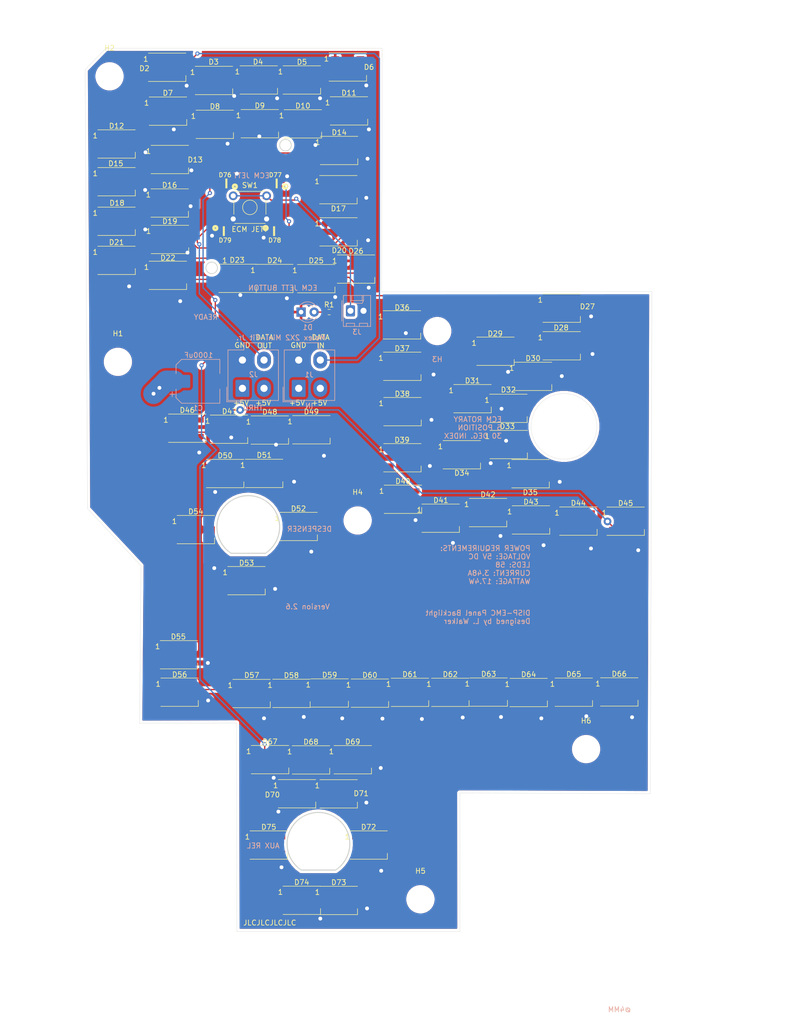
<source format=kicad_pcb>
(kicad_pcb (version 20171130) (host pcbnew "(5.1.12-1-10_14)")
  (layers (0 F.Cu signal) (31 B.Cu signal) (34 B.Paste user hide) (35 F.Paste user hide) (36 B.SilkS user) (37 F.SilkS user) (38 B.Mask user) (39 F.Mask user) (44 Edge.Cuts user))
  (net 0 "")
  (net 1 /LEDGND)
  (net 2 /LED+5V)
  (net 3 "Net-(D2-Pad2)")
  (net 4 /DATAIN)
  (net 5 "Net-(D3-Pad2)")
  (net 6 "Net-(D4-Pad2)")
  (net 7 "Net-(D5-Pad2)")
  (net 8 "Net-(D6-Pad2)")
  (net 9 "Net-(D7-Pad2)")
  (net 10 "Net-(D8-Pad2)")
  (net 11 "Net-(D10-Pad4)")
  (net 12 "Net-(D10-Pad2)")
  (net 13 "Net-(D11-Pad2)")
  (net 14 "Net-(D12-Pad2)")
  (net 15 "Net-(D14-Pad2)")
  (net 16 "Net-(D15-Pad2)")
  (net 17 "Net-(D16-Pad2)")
  (net 18 "Net-(D17-Pad2)")
  (net 19 "Net-(D18-Pad2)")
  (net 20 "Net-(D19-Pad2)")
  (net 21 "Net-(D20-Pad2)")
  (net 22 "Net-(D21-Pad2)")
  (net 23 "Net-(D22-Pad2)")
  (net 24 "Net-(D23-Pad2)")
  (net 25 "Net-(D24-Pad2)")
  (net 26 "Net-(D26-Pad2)")
  (net 27 "Net-(D27-Pad2)")
  (net 28 "Net-(D28-Pad2)")
  (net 29 "Net-(D29-Pad2)")
  (net 30 "Net-(D30-Pad2)")
  (net 31 "Net-(D31-Pad2)")
  (net 32 "Net-(D32-Pad2)")
  (net 33 "Net-(D33-Pad2)")
  (net 34 "Net-(D34-Pad2)")
  (net 35 "Net-(D35-Pad2)")
  (net 36 "Net-(D36-Pad2)")
  (net 37 /DATAOUT)
  (net 38 "Net-(D38-Pad2)")
  (net 39 "Net-(D39-Pad2)")
  (net 40 "Net-(D40-Pad2)")
  (net 41 "Net-(D41-Pad2)")
  (net 42 "Net-(D42-Pad2)")
  (net 43 "Net-(D43-Pad2)")
  (net 44 "Net-(D44-Pad2)")
  (net 45 "Net-(D45-Pad2)")
  (net 46 "Net-(D46-Pad2)")
  (net 47 "Net-(D47-Pad2)")
  (net 48 "Net-(D48-Pad2)")
  (net 49 "Net-(D50-Pad2)")
  (net 50 "Net-(D51-Pad2)")
  (net 51 "Net-(D52-Pad2)")
  (net 52 "Net-(D53-Pad2)")
  (net 53 "Net-(D54-Pad2)")
  (net 54 "Net-(D55-Pad2)")
  (net 55 "Net-(D56-Pad2)")
  (net 56 "Net-(D57-Pad2)")
  (net 57 "Net-(D58-Pad2)")
  (net 58 "Net-(D59-Pad2)")
  (net 59 "Net-(D13-Pad2)")
  (net 60 "Net-(D25-Pad2)")
  (net 61 "Net-(D37-Pad2)")
  (net 62 "Net-(D49-Pad2)")
  (net 63 "Net-(D60-Pad2)")
  (net 64 "Net-(D61-Pad2)")
  (net 65 "Net-(D62-Pad2)")
  (net 66 "Net-(D63-Pad2)")
  (net 67 "Net-(D64-Pad2)")
  (net 68 "Net-(D65-Pad2)")
  (net 69 "Net-(D66-Pad2)")
  (net 70 "Net-(D67-Pad2)")
  (net 71 "Net-(D68-Pad2)")
  (net 72 "Net-(D69-Pad2)")
  (net 73 "Net-(D70-Pad2)")
  (net 74 "Net-(D71-Pad2)")
  (net 75 "Net-(D72-Pad2)")
  (net 76 "Net-(D73-Pad2)")
  (net 77 "Net-(D74-Pad2)")
  (net 78 "Net-(D75-Pad2)")
  (net 79 "Net-(D1-Pad2)")
  (net 80 "Net-(D76-Pad1)")
  (net 81 "Net-(D77-Pad1)")
  (net 82 "Net-(D78-Pad1)")
  (net 83 /SW_JETT)
  (module Openhornet:WS2812-2020 (layer F.Cu) (at 71.829572 44.331522 180)
    (fp_text reference D79 (at 0 -1.778) (layer F.SilkS) (effects (font (size 0.85 0.85))))
    (fp_text value LED hide)
    (pad 4 smd rect (at -0.915 0.55 180) (size 0.7 0.7) (layers F.Cu F.Paste F.Mask) (net 2 /LED+5V))
    (pad 3 smd rect (at -0.915 -0.55 180) (size 0.7 0.7) (layers F.Cu F.Paste F.Mask) (net 82 "Net-(D78-Pad1)"))
    (pad 2 smd rect (at 0.915 -0.55 180) (size 0.7 0.7) (layers F.Cu F.Paste F.Mask) (net 1 /LEDGND))
    (pad 1 smd rect (at 0.915 0.55 180) (size 0.7 0.7) (layers F.Cu F.Paste F.Mask) (net 37 /DATAOUT))
  )
  (module Openhornet:WS2812-2020 (layer F.Cu) (at 81.608572 44.331522 180)
    (fp_text reference D78 (at 0.127 -1.778) (layer F.SilkS) (effects (font (size 0.85 0.85))))
    (fp_text value LED hide)
    (pad 4 smd rect (at -0.915 0.55 180) (size 0.7 0.7) (layers F.Cu F.Paste F.Mask) (net 2 /LED+5V))
    (pad 3 smd rect (at -0.915 -0.55 180) (size 0.7 0.7) (layers F.Cu F.Paste F.Mask) (net 81 "Net-(D77-Pad1)"))
    (pad 2 smd rect (at 0.915 -0.55 180) (size 0.7 0.7) (layers F.Cu F.Paste F.Mask) (net 1 /LEDGND))
    (pad 1 smd rect (at 0.915 0.55 180) (size 0.7 0.7) (layers F.Cu F.Paste F.Mask) (net 82 "Net-(D78-Pad1)"))
  )
  (module Openhornet:WS2812-2020 (layer F.Cu) (at 81.608572 35.060522)
    (fp_text reference D77 (at 0 -1.651) (layer F.SilkS) (effects (font (size 0.85 0.85))))
    (fp_text value LED hide)
    (pad 4 smd rect (at -0.915 0.55) (size 0.7 0.7) (layers F.Cu F.Paste F.Mask) (net 2 /LED+5V))
    (pad 3 smd rect (at -0.915 -0.55) (size 0.7 0.7) (layers F.Cu F.Paste F.Mask) (net 80 "Net-(D76-Pad1)"))
    (pad 2 smd rect (at 0.915 -0.55) (size 0.7 0.7) (layers F.Cu F.Paste F.Mask) (net 1 /LEDGND))
    (pad 1 smd rect (at 0.915 0.55) (size 0.7 0.7) (layers F.Cu F.Paste F.Mask) (net 81 "Net-(D77-Pad1)"))
  )
  (module Openhornet:WS2812-2020 (layer F.Cu) (at 71.829572 35.060522)
    (fp_text reference D76 (at 0 -1.651) (layer F.SilkS) (effects (font (size 0.85 0.85))))
    (fp_text value LED hide)
    (pad 4 smd rect (at -0.915 0.55) (size 0.7 0.7) (layers F.Cu F.Paste F.Mask) (net 2 /LED+5V))
    (pad 3 smd rect (at -0.915 -0.55) (size 0.7 0.7) (layers F.Cu F.Paste F.Mask) (net 78 "Net-(D75-Pad2)"))
    (pad 2 smd rect (at 0.915 -0.55) (size 0.7 0.7) (layers F.Cu F.Paste F.Mask) (net 1 /LEDGND))
    (pad 1 smd rect (at 0.915 0.55) (size 0.7 0.7) (layers F.Cu F.Paste F.Mask) (net 80 "Net-(D76-Pad1)"))
  )
  (module MountingHole:MountingHole_4.5mm (layer F.Cu) (at 142.060572 145.042522)
    (fp_text reference H6 (at 0 -5.5) (layer F.SilkS))
    (fp_text value MountingHole)
    (pad 1 np_thru_hole circle (at 0 0) (size 4.5 4.5) (drill 4.5) (layers *.Cu *.Mask))
  )
  (module MountingHole:MountingHole_4.5mm (layer F.Cu) (at 109.8296 174.244)
    (fp_text reference H5 (at 0 -5.5) (layer F.SilkS))
    (fp_text value MountingHole)
    (pad 1 np_thru_hole circle (at 0 0) (size 4.5 4.5) (drill 4.5) (layers *.Cu *.Mask))
  )
  (module MountingHole:MountingHole_4.5mm (layer F.Cu) (at 97.610573 100.592522)
    (fp_text reference H4 (at 0 -5.5) (layer F.SilkS))
    (fp_text value MountingHole)
    (pad 1 np_thru_hole circle (at 0 0) (size 4.5 4.5) (drill 4.5) (layers *.Cu *.Mask))
  )
  (module MountingHole:MountingHole_4.5mm (layer B.Cu) (at 113.104572 63.762522)
    (fp_text reference H3 (at 0 5.5) (layer B.SilkS) (effects (justify mirror)))
    (fp_text value MountingHole)
    (pad 1 np_thru_hole circle (at 0 0) (size 4.5 4.5) (drill 4.5) (layers *.Cu *.Mask))
  )
  (module MountingHole:MountingHole_4.5mm (layer F.Cu) (at 49.350573 14.232522)
    (fp_text reference H2 (at 0 -5.5) (layer F.SilkS))
    (fp_text value MountingHole)
    (pad 1 np_thru_hole circle (at 0 0) (size 4.5 4.5) (drill 4.5) (layers *.Cu *.Mask))
  )
  (module MountingHole:MountingHole_4.5mm (layer F.Cu) (at 50.9778 69.7484)
    (fp_text reference H1 (at 0 -5.5) (layer F.SilkS))
    (fp_text value MountingHole)
    (pad 1 np_thru_hole circle (at 0 0) (size 4.5 4.5) (drill 4.5) (layers *.Cu *.Mask))
  )
  (module Connector_Molex:Molex_KK-254_AE-6410-02A_1x02_P2.54mm_Vertical (layer B.Cu) (at 96.213572 59.825522)
    (fp_text reference J3 (at 1.27 4.12) (layer B.SilkS) (effects (justify mirror)))
    (fp_text value "ECM JETT")
    (pad 2 thru_hole oval (at 2.54 0) (size 1.74 2.19) (drill 1.19) (layers *.Cu *.Mask) (net 1 /LEDGND))
    (pad 1 thru_hole roundrect (at 0 0) (size 1.74 2.19) (drill 1.19) (layers *.Cu *.Mask) (roundrect_rratio 0.1436775862068966) (net 83 /SW_JETT))
  )
  (module Button_Switch_THT:SW_TH_Tactile_Omron_B3F-10xx (layer F.Cu) (at 73.406 37.465)
    (fp_text reference SW1 (at 3.25 -2.05) (layer F.SilkS))
    (fp_text value "ECM JETT" (at 3.2 6.5) (layer F.SilkS))
    (pad 1 thru_hole circle (at 0 0) (size 1.7 1.7) (drill 1) (layers *.Cu *.Mask) (net 83 /SW_JETT))
    (pad 2 thru_hole circle (at 6.5 0) (size 1.7 1.7) (drill 1) (layers *.Cu *.Mask) (net 83 /SW_JETT))
    (pad 3 thru_hole circle (at 0 4.5) (size 1.7 1.7) (drill 1) (layers *.Cu *.Mask) (net 1 /LEDGND))
    (pad 4 thru_hole circle (at 6.5 4.5) (size 1.7 1.7) (drill 1) (layers *.Cu *.Mask) (net 1 /LEDGND))
  )
  (module Resistor_SMD:R_0603_1608Metric (layer F.Cu) (at 92.075 60.071)
    (fp_text reference R1 (at 0 -1.43) (layer F.SilkS))
    (fp_text value R)
    (pad 2 smd roundrect (at 0.825 0) (size 0.8 0.95) (layers F.Cu F.Paste F.Mask) (net 1 /LEDGND))
    (pad 1 smd roundrect (at -0.825 0) (size 0.8 0.95) (layers F.Cu F.Paste F.Mask) (net 79 "Net-(D1-Pad2)"))
  )
  (module LED_THT:LED_D3.0mm (layer B.Cu) (at 86.614 60.071)
    (fp_text reference D1 (at 1.27 2.96) (layer B.SilkS) (effects (justify mirror)))
    (fp_text value READY)
    (pad 2 thru_hole circle (at 2.54 0) (size 1.8 1.8) (drill 0.9) (layers *.Cu *.Mask) (net 79 "Net-(D1-Pad2)"))
    (pad 1 thru_hole rect (at 0 0) (size 1.8 1.8) (drill 0.9) (layers *.Cu *.Mask) (net 2 /LED+5V))
  )
  (module Capacitor_SMD:CP_Elec_8x10 (layer B.Cu) (at 66.548 73.533)
    (fp_text reference C1 (at 0 5.2) (layer B.SilkS) (effects (justify mirror)))
    (fp_text value "1000 nF")
    (pad 2 smd roundrect (at 3.25 0) (size 3.5 2.5) (layers B.Cu B.Paste B.Mask) (roundrect_rratio 0.1) (net 1 /LEDGND))
    (pad 1 smd roundrect (at -3.25 0) (size 3.5 2.5) (layers B.Cu B.Paste B.Mask) (roundrect_rratio 0.1) (net 2 /LED+5V))
  )
  (module Connector_Molex:Molex_Mini-Fit_Jr_5566-04A_2x02_P4.20mm_Vertical (layer B.Cu) (at 75.2 74.9)
    (fp_text reference J2 (at 2.15 -2.7) (layer B.SilkS) (effects (justify mirror)))
    (fp_text value "BL OUT")
    (pad 4 thru_hole oval (at 4.2 -5.5) (size 2.7 3.3) (drill 1.4) (layers *.Cu *.Mask) (net 37 /DATAOUT))
    (pad 3 thru_hole oval (at 0 -5.5) (size 2.7 3.3) (drill 1.4) (layers *.Cu *.Mask) (net 1 /LEDGND))
    (pad 2 thru_hole oval (at 4.2 0) (size 2.7 3.3) (drill 1.4) (layers *.Cu *.Mask) (net 2 /LED+5V))
    (pad 1 thru_hole roundrect (at 0 0) (size 2.7 3.3) (drill 1.4) (layers *.Cu *.Mask) (roundrect_rratio 0.093) (net 2 /LED+5V))
  )
  (module Connector_Molex:Molex_Mini-Fit_Jr_5566-04A_2x02_P4.20mm_Vertical (layer B.Cu) (at 86.15 74.9)
    (fp_text reference J1 (at 2 -2.65) (layer B.SilkS) (effects (justify mirror)))
    (fp_text value "BL IN")
    (pad 4 thru_hole oval (at 4.2 -5.5) (size 2.7 3.3) (drill 1.4) (layers *.Cu *.Mask) (net 4 /DATAIN))
    (pad 3 thru_hole oval (at 0 -5.5) (size 2.7 3.3) (drill 1.4) (layers *.Cu *.Mask) (net 1 /LEDGND))
    (pad 2 thru_hole oval (at 4.2 0) (size 2.7 3.3) (drill 1.4) (layers *.Cu *.Mask) (net 2 /LED+5V))
    (pad 1 thru_hole roundrect (at 0 0) (size 2.7 3.3) (drill 1.4) (layers *.Cu *.Mask) (roundrect_rratio 0.093) (net 2 /LED+5V))
  )
  (module LED_SMD:LED_WS2812B_PLCC4_5.0x5.0mm_P3.2mm (layer F.Cu) (at 80.3264 163.703)
    (fp_text reference D75 (at 0 -3.5) (layer F.SilkS))
    (fp_text value WS2812B)
    (fp_text user 1 (at -4.15 -1.6) (layer F.SilkS))
    (pad 1 smd rect (at -2.45 -1.6) (size 1.5 1) (layers F.Cu F.Paste F.Mask) (net 2 /LED+5V))
    (pad 2 smd rect (at -2.45 1.6) (size 1.5 1) (layers F.Cu F.Paste F.Mask) (net 78 "Net-(D75-Pad2)"))
    (pad 4 smd rect (at 2.45 -1.6) (size 1.5 1) (layers F.Cu F.Paste F.Mask) (net 77 "Net-(D74-Pad2)"))
    (pad 3 smd rect (at 2.45 1.6) (size 1.5 1) (layers F.Cu F.Paste F.Mask) (net 1 /LEDGND))
  )
  (module LED_SMD:LED_WS2812B_PLCC4_5.0x5.0mm_P3.2mm (layer F.Cu) (at 86.741 174.447)
    (fp_text reference D74 (at 0 -3.5) (layer F.SilkS))
    (fp_text value WS2812B)
    (fp_text user 1 (at -4.15 -1.6) (layer F.SilkS))
    (pad 1 smd rect (at -2.45 -1.6) (size 1.5 1) (layers F.Cu F.Paste F.Mask) (net 2 /LED+5V))
    (pad 2 smd rect (at -2.45 1.6) (size 1.5 1) (layers F.Cu F.Paste F.Mask) (net 77 "Net-(D74-Pad2)"))
    (pad 4 smd rect (at 2.45 -1.6) (size 1.5 1) (layers F.Cu F.Paste F.Mask) (net 76 "Net-(D73-Pad2)"))
    (pad 3 smd rect (at 2.45 1.6) (size 1.5 1) (layers F.Cu F.Paste F.Mask) (net 1 /LEDGND))
  )
  (module LED_SMD:LED_WS2812B_PLCC4_5.0x5.0mm_P3.2mm (layer F.Cu) (at 93.9408 174.472)
    (fp_text reference D73 (at 0 -3.5) (layer F.SilkS))
    (fp_text value WS2812B)
    (fp_text user 1 (at -4.15 -1.6) (layer F.SilkS))
    (pad 1 smd rect (at -2.45 -1.6) (size 1.5 1) (layers F.Cu F.Paste F.Mask) (net 2 /LED+5V))
    (pad 2 smd rect (at -2.45 1.6) (size 1.5 1) (layers F.Cu F.Paste F.Mask) (net 76 "Net-(D73-Pad2)"))
    (pad 4 smd rect (at 2.45 -1.6) (size 1.5 1) (layers F.Cu F.Paste F.Mask) (net 75 "Net-(D72-Pad2)"))
    (pad 3 smd rect (at 2.45 1.6) (size 1.5 1) (layers F.Cu F.Paste F.Mask) (net 1 /LEDGND))
  )
  (module LED_SMD:LED_WS2812B_PLCC4_5.0x5.0mm_P3.2mm (layer F.Cu) (at 99.7458 163.703)
    (fp_text reference D72 (at 0 -3.5) (layer F.SilkS))
    (fp_text value WS2812B)
    (fp_text user 1 (at -4.15 -1.6) (layer F.SilkS))
    (pad 1 smd rect (at -2.45 -1.6) (size 1.5 1) (layers F.Cu F.Paste F.Mask) (net 2 /LED+5V))
    (pad 2 smd rect (at -2.45 1.6) (size 1.5 1) (layers F.Cu F.Paste F.Mask) (net 75 "Net-(D72-Pad2)"))
    (pad 4 smd rect (at 2.45 -1.6) (size 1.5 1) (layers F.Cu F.Paste F.Mask) (net 74 "Net-(D71-Pad2)"))
    (pad 3 smd rect (at 2.45 1.6) (size 1.5 1) (layers F.Cu F.Paste F.Mask) (net 1 /LEDGND))
  )
  (module LED_SMD:LED_WS2812B_PLCC4_5.0x5.0mm_P3.2mm (layer F.Cu) (at 93.9176 153.746)
    (fp_text reference D71 (at 4.3804 -0.076) (layer F.SilkS))
    (fp_text value WS2812B)
    (fp_text user 1 (at -4.15 -1.6) (layer F.SilkS))
    (pad 1 smd rect (at -2.45 -1.6) (size 1.5 1) (layers F.Cu F.Paste F.Mask) (net 2 /LED+5V))
    (pad 2 smd rect (at -2.45 1.6) (size 1.5 1) (layers F.Cu F.Paste F.Mask) (net 74 "Net-(D71-Pad2)"))
    (pad 4 smd rect (at 2.45 -1.6) (size 1.5 1) (layers F.Cu F.Paste F.Mask) (net 73 "Net-(D70-Pad2)"))
    (pad 3 smd rect (at 2.45 1.6) (size 1.5 1) (layers F.Cu F.Paste F.Mask) (net 1 /LEDGND))
  )
  (module LED_SMD:LED_WS2812B_PLCC4_5.0x5.0mm_P3.2mm (layer F.Cu) (at 85.815 153.721)
    (fp_text reference D70 (at -4.789 0.203) (layer F.SilkS))
    (fp_text value WS2812B)
    (fp_text user 1 (at -4.15 -1.6) (layer F.SilkS))
    (pad 1 smd rect (at -2.45 -1.6) (size 1.5 1) (layers F.Cu F.Paste F.Mask) (net 2 /LED+5V))
    (pad 2 smd rect (at -2.45 1.6) (size 1.5 1) (layers F.Cu F.Paste F.Mask) (net 73 "Net-(D70-Pad2)"))
    (pad 4 smd rect (at 2.45 -1.6) (size 1.5 1) (layers F.Cu F.Paste F.Mask) (net 72 "Net-(D69-Pad2)"))
    (pad 3 smd rect (at 2.45 1.6) (size 1.5 1) (layers F.Cu F.Paste F.Mask) (net 1 /LEDGND))
  )
  (module LED_SMD:LED_WS2812B_PLCC4_5.0x5.0mm_P3.2mm (layer F.Cu) (at 96.6608 147.117)
    (fp_text reference D69 (at 0 -3.5) (layer F.SilkS))
    (fp_text value WS2812B)
    (fp_text user 1 (at -4.15 -1.6) (layer F.SilkS))
    (pad 1 smd rect (at -2.45 -1.6) (size 1.5 1) (layers F.Cu F.Paste F.Mask) (net 2 /LED+5V))
    (pad 2 smd rect (at -2.45 1.6) (size 1.5 1) (layers F.Cu F.Paste F.Mask) (net 72 "Net-(D69-Pad2)"))
    (pad 4 smd rect (at 2.45 -1.6) (size 1.5 1) (layers F.Cu F.Paste F.Mask) (net 71 "Net-(D68-Pad2)"))
    (pad 3 smd rect (at 2.45 1.6) (size 1.5 1) (layers F.Cu F.Paste F.Mask) (net 1 /LEDGND))
  )
  (module LED_SMD:LED_WS2812B_PLCC4_5.0x5.0mm_P3.2mm (layer F.Cu) (at 88.5328 147.142)
    (fp_text reference D68 (at 0 -3.5) (layer F.SilkS))
    (fp_text value WS2812B)
    (fp_text user 1 (at -4.15 -1.6) (layer F.SilkS))
    (pad 1 smd rect (at -2.45 -1.6) (size 1.5 1) (layers F.Cu F.Paste F.Mask) (net 2 /LED+5V))
    (pad 2 smd rect (at -2.45 1.6) (size 1.5 1) (layers F.Cu F.Paste F.Mask) (net 71 "Net-(D68-Pad2)"))
    (pad 4 smd rect (at 2.45 -1.6) (size 1.5 1) (layers F.Cu F.Paste F.Mask) (net 70 "Net-(D67-Pad2)"))
    (pad 3 smd rect (at 2.45 1.6) (size 1.5 1) (layers F.Cu F.Paste F.Mask) (net 1 /LEDGND))
  )
  (module LED_SMD:LED_WS2812B_PLCC4_5.0x5.0mm_P3.2mm (layer F.Cu) (at 80.5688 147.091)
    (fp_text reference D67 (at 0 -3.5) (layer F.SilkS))
    (fp_text value WS2812B)
    (fp_text user 1 (at -4.15 -1.6) (layer F.SilkS))
    (pad 1 smd rect (at -2.45 -1.6) (size 1.5 1) (layers F.Cu F.Paste F.Mask) (net 2 /LED+5V))
    (pad 2 smd rect (at -2.45 1.6) (size 1.5 1) (layers F.Cu F.Paste F.Mask) (net 70 "Net-(D67-Pad2)"))
    (pad 4 smd rect (at 2.45 -1.6) (size 1.5 1) (layers F.Cu F.Paste F.Mask) (net 69 "Net-(D66-Pad2)"))
    (pad 3 smd rect (at 2.45 1.6) (size 1.5 1) (layers F.Cu F.Paste F.Mask) (net 1 /LEDGND))
  )
  (module LED_SMD:LED_WS2812B_PLCC4_5.0x5.0mm_P3.2mm (layer F.Cu) (at 148.502 133.934)
    (fp_text reference D66 (at 0 -3.5) (layer F.SilkS))
    (fp_text value WS2812B)
    (fp_text user 1 (at -4.15 -1.6) (layer F.SilkS))
    (pad 1 smd rect (at -2.45 -1.6) (size 1.5 1) (layers F.Cu F.Paste F.Mask) (net 2 /LED+5V))
    (pad 2 smd rect (at -2.45 1.6) (size 1.5 1) (layers F.Cu F.Paste F.Mask) (net 69 "Net-(D66-Pad2)"))
    (pad 4 smd rect (at 2.45 -1.6) (size 1.5 1) (layers F.Cu F.Paste F.Mask) (net 68 "Net-(D65-Pad2)"))
    (pad 3 smd rect (at 2.45 1.6) (size 1.5 1) (layers F.Cu F.Paste F.Mask) (net 1 /LEDGND))
  )
  (module LED_SMD:LED_WS2812B_PLCC4_5.0x5.0mm_P3.2mm (layer F.Cu) (at 139.661 133.985)
    (fp_text reference D65 (at 0 -3.5) (layer F.SilkS))
    (fp_text value WS2812B)
    (fp_text user 1 (at -4.15 -1.6) (layer F.SilkS))
    (pad 1 smd rect (at -2.45 -1.6) (size 1.5 1) (layers F.Cu F.Paste F.Mask) (net 2 /LED+5V))
    (pad 2 smd rect (at -2.45 1.6) (size 1.5 1) (layers F.Cu F.Paste F.Mask) (net 68 "Net-(D65-Pad2)"))
    (pad 4 smd rect (at 2.45 -1.6) (size 1.5 1) (layers F.Cu F.Paste F.Mask) (net 67 "Net-(D64-Pad2)"))
    (pad 3 smd rect (at 2.45 1.6) (size 1.5 1) (layers F.Cu F.Paste F.Mask) (net 1 /LEDGND))
  )
  (module LED_SMD:LED_WS2812B_PLCC4_5.0x5.0mm_P3.2mm (layer F.Cu) (at 130.875 134.036)
    (fp_text reference D64 (at 0 -3.5) (layer F.SilkS))
    (fp_text value WS2812B)
    (fp_text user 1 (at -4.15 -1.6) (layer F.SilkS))
    (pad 1 smd rect (at -2.45 -1.6) (size 1.5 1) (layers F.Cu F.Paste F.Mask) (net 2 /LED+5V))
    (pad 2 smd rect (at -2.45 1.6) (size 1.5 1) (layers F.Cu F.Paste F.Mask) (net 67 "Net-(D64-Pad2)"))
    (pad 4 smd rect (at 2.45 -1.6) (size 1.5 1) (layers F.Cu F.Paste F.Mask) (net 66 "Net-(D63-Pad2)"))
    (pad 3 smd rect (at 2.45 1.6) (size 1.5 1) (layers F.Cu F.Paste F.Mask) (net 1 /LEDGND))
  )
  (module LED_SMD:LED_WS2812B_PLCC4_5.0x5.0mm_P3.2mm (layer F.Cu) (at 123.102 133.959)
    (fp_text reference D63 (at 0 -3.5) (layer F.SilkS))
    (fp_text value WS2812B)
    (fp_text user 1 (at -4.15 -1.6) (layer F.SilkS))
    (pad 1 smd rect (at -2.45 -1.6) (size 1.5 1) (layers F.Cu F.Paste F.Mask) (net 2 /LED+5V))
    (pad 2 smd rect (at -2.45 1.6) (size 1.5 1) (layers F.Cu F.Paste F.Mask) (net 66 "Net-(D63-Pad2)"))
    (pad 4 smd rect (at 2.45 -1.6) (size 1.5 1) (layers F.Cu F.Paste F.Mask) (net 65 "Net-(D62-Pad2)"))
    (pad 3 smd rect (at 2.45 1.6) (size 1.5 1) (layers F.Cu F.Paste F.Mask) (net 1 /LEDGND))
  )
  (module LED_SMD:LED_WS2812B_PLCC4_5.0x5.0mm_P3.2mm (layer F.Cu) (at 115.635 134.01)
    (fp_text reference D62 (at 0 -3.5) (layer F.SilkS))
    (fp_text value WS2812B)
    (fp_text user 1 (at -4.15 -1.6) (layer F.SilkS))
    (pad 1 smd rect (at -2.45 -1.6) (size 1.5 1) (layers F.Cu F.Paste F.Mask) (net 2 /LED+5V))
    (pad 2 smd rect (at -2.45 1.6) (size 1.5 1) (layers F.Cu F.Paste F.Mask) (net 65 "Net-(D62-Pad2)"))
    (pad 4 smd rect (at 2.45 -1.6) (size 1.5 1) (layers F.Cu F.Paste F.Mask) (net 64 "Net-(D61-Pad2)"))
    (pad 3 smd rect (at 2.45 1.6) (size 1.5 1) (layers F.Cu F.Paste F.Mask) (net 1 /LEDGND))
  )
  (module LED_SMD:LED_WS2812B_PLCC4_5.0x5.0mm_P3.2mm (layer F.Cu) (at 107.786 134.01)
    (fp_text reference D61 (at 0 -3.5) (layer F.SilkS))
    (fp_text value WS2812B)
    (fp_text user 1 (at -4.15 -1.6) (layer F.SilkS))
    (pad 1 smd rect (at -2.45 -1.6) (size 1.5 1) (layers F.Cu F.Paste F.Mask) (net 2 /LED+5V))
    (pad 2 smd rect (at -2.45 1.6) (size 1.5 1) (layers F.Cu F.Paste F.Mask) (net 64 "Net-(D61-Pad2)"))
    (pad 4 smd rect (at 2.45 -1.6) (size 1.5 1) (layers F.Cu F.Paste F.Mask) (net 63 "Net-(D60-Pad2)"))
    (pad 3 smd rect (at 2.45 1.6) (size 1.5 1) (layers F.Cu F.Paste F.Mask) (net 1 /LEDGND))
  )
  (module LED_SMD:LED_WS2812B_PLCC4_5.0x5.0mm_P3.2mm (layer F.Cu) (at 99.9882 134.163)
    (fp_text reference D60 (at 0 -3.5) (layer F.SilkS))
    (fp_text value WS2812B)
    (fp_text user 1 (at -4.15 -1.6) (layer F.SilkS))
    (pad 1 smd rect (at -2.45 -1.6) (size 1.5 1) (layers F.Cu F.Paste F.Mask) (net 2 /LED+5V))
    (pad 2 smd rect (at -2.45 1.6) (size 1.5 1) (layers F.Cu F.Paste F.Mask) (net 63 "Net-(D60-Pad2)"))
    (pad 4 smd rect (at 2.45 -1.6) (size 1.5 1) (layers F.Cu F.Paste F.Mask) (net 58 "Net-(D59-Pad2)"))
    (pad 3 smd rect (at 2.45 1.6) (size 1.5 1) (layers F.Cu F.Paste F.Mask) (net 1 /LEDGND))
  )
  (module LED_SMD:LED_WS2812B_PLCC4_5.0x5.0mm_P3.2mm (layer F.Cu) (at 92.165 134.137)
    (fp_text reference D59 (at 0 -3.5) (layer F.SilkS))
    (fp_text value WS2812B)
    (fp_text user 1 (at -4.15 -1.6) (layer F.SilkS))
    (pad 1 smd rect (at -2.45 -1.6) (size 1.5 1) (layers F.Cu F.Paste F.Mask) (net 2 /LED+5V))
    (pad 2 smd rect (at -2.45 1.6) (size 1.5 1) (layers F.Cu F.Paste F.Mask) (net 58 "Net-(D59-Pad2)"))
    (pad 4 smd rect (at 2.45 -1.6) (size 1.5 1) (layers F.Cu F.Paste F.Mask) (net 57 "Net-(D58-Pad2)"))
    (pad 3 smd rect (at 2.45 1.6) (size 1.5 1) (layers F.Cu F.Paste F.Mask) (net 1 /LEDGND))
  )
  (module LED_SMD:LED_WS2812B_PLCC4_5.0x5.0mm_P3.2mm (layer F.Cu) (at 84.7228 134.214)
    (fp_text reference D58 (at 0 -3.5) (layer F.SilkS))
    (fp_text value WS2812B)
    (fp_text user 1 (at -4.15 -1.6) (layer F.SilkS))
    (pad 1 smd rect (at -2.45 -1.6) (size 1.5 1) (layers F.Cu F.Paste F.Mask) (net 2 /LED+5V))
    (pad 2 smd rect (at -2.45 1.6) (size 1.5 1) (layers F.Cu F.Paste F.Mask) (net 57 "Net-(D58-Pad2)"))
    (pad 4 smd rect (at 2.45 -1.6) (size 1.5 1) (layers F.Cu F.Paste F.Mask) (net 56 "Net-(D57-Pad2)"))
    (pad 3 smd rect (at 2.45 1.6) (size 1.5 1) (layers F.Cu F.Paste F.Mask) (net 1 /LEDGND))
  )
  (module LED_SMD:LED_WS2812B_PLCC4_5.0x5.0mm_P3.2mm (layer F.Cu) (at 76.9758 134.239)
    (fp_text reference D57 (at 0.037 -3.5558) (layer F.SilkS))
    (fp_text value WS2812B)
    (fp_text user 1 (at -4.15 -1.6) (layer F.SilkS))
    (pad 1 smd rect (at -2.45 -1.6) (size 1.5 1) (layers F.Cu F.Paste F.Mask) (net 2 /LED+5V))
    (pad 2 smd rect (at -2.45 1.6) (size 1.5 1) (layers F.Cu F.Paste F.Mask) (net 56 "Net-(D57-Pad2)"))
    (pad 4 smd rect (at 2.45 -1.6) (size 1.5 1) (layers F.Cu F.Paste F.Mask) (net 55 "Net-(D56-Pad2)"))
    (pad 3 smd rect (at 2.45 1.6) (size 1.5 1) (layers F.Cu F.Paste F.Mask) (net 1 /LEDGND))
  )
  (module LED_SMD:LED_WS2812B_PLCC4_5.0x5.0mm_P3.2mm (layer F.Cu) (at 62.9666 133.985)
    (fp_text reference D56 (at 0.0254 -3.429) (layer F.SilkS))
    (fp_text value WS2812B)
    (fp_text user 1 (at -4.15 -1.6) (layer F.SilkS))
    (pad 1 smd rect (at -2.45 -1.6) (size 1.5 1) (layers F.Cu F.Paste F.Mask) (net 2 /LED+5V))
    (pad 2 smd rect (at -2.45 1.6) (size 1.5 1) (layers F.Cu F.Paste F.Mask) (net 55 "Net-(D56-Pad2)"))
    (pad 4 smd rect (at 2.45 -1.6) (size 1.5 1) (layers F.Cu F.Paste F.Mask) (net 54 "Net-(D55-Pad2)"))
    (pad 3 smd rect (at 2.45 1.6) (size 1.5 1) (layers F.Cu F.Paste F.Mask) (net 1 /LEDGND))
  )
  (module LED_SMD:LED_WS2812B_PLCC4_5.0x5.0mm_P3.2mm (layer F.Cu) (at 62.8534 126.695)
    (fp_text reference D55 (at -0.1154 -3.505) (layer F.SilkS))
    (fp_text value WS2812B)
    (fp_text user 1 (at -4.15 -1.6) (layer F.SilkS))
    (pad 1 smd rect (at -2.45 -1.6) (size 1.5 1) (layers F.Cu F.Paste F.Mask) (net 2 /LED+5V))
    (pad 2 smd rect (at -2.45 1.6) (size 1.5 1) (layers F.Cu F.Paste F.Mask) (net 54 "Net-(D55-Pad2)"))
    (pad 4 smd rect (at 2.45 -1.6) (size 1.5 1) (layers F.Cu F.Paste F.Mask) (net 53 "Net-(D54-Pad2)"))
    (pad 3 smd rect (at 2.45 1.6) (size 1.5 1) (layers F.Cu F.Paste F.Mask) (net 1 /LEDGND))
  )
  (module LED_SMD:LED_WS2812B_PLCC4_5.0x5.0mm_P3.2mm (layer F.Cu) (at 66.13 102.362)
    (fp_text reference D54 (at 0 -3.5) (layer F.SilkS))
    (fp_text value WS2812B)
    (fp_text user 1 (at -4.15 -1.6) (layer F.SilkS))
    (pad 1 smd rect (at -2.45 -1.6) (size 1.5 1) (layers F.Cu F.Paste F.Mask) (net 2 /LED+5V))
    (pad 2 smd rect (at -2.45 1.6) (size 1.5 1) (layers F.Cu F.Paste F.Mask) (net 53 "Net-(D54-Pad2)"))
    (pad 4 smd rect (at 2.45 -1.6) (size 1.5 1) (layers F.Cu F.Paste F.Mask) (net 52 "Net-(D53-Pad2)"))
    (pad 3 smd rect (at 2.45 1.6) (size 1.5 1) (layers F.Cu F.Paste F.Mask) (net 1 /LEDGND))
  )
  (module LED_SMD:LED_WS2812B_PLCC4_5.0x5.0mm_P3.2mm (layer F.Cu) (at 75.9852 112.294)
    (fp_text reference D53 (at 0.0254 -3.4544) (layer F.SilkS))
    (fp_text value WS2812B)
    (fp_text user 1 (at -4.15 -1.6) (layer F.SilkS))
    (pad 1 smd rect (at -2.45 -1.6) (size 1.5 1) (layers F.Cu F.Paste F.Mask) (net 2 /LED+5V))
    (pad 2 smd rect (at -2.45 1.6) (size 1.5 1) (layers F.Cu F.Paste F.Mask) (net 52 "Net-(D53-Pad2)"))
    (pad 4 smd rect (at 2.45 -1.6) (size 1.5 1) (layers F.Cu F.Paste F.Mask) (net 51 "Net-(D52-Pad2)"))
    (pad 3 smd rect (at 2.45 1.6) (size 1.5 1) (layers F.Cu F.Paste F.Mask) (net 1 /LEDGND))
  )
  (module LED_SMD:LED_WS2812B_PLCC4_5.0x5.0mm_P3.2mm (layer F.Cu) (at 86.1314 101.752)
    (fp_text reference D52 (at -0.0254 -3.454) (layer F.SilkS))
    (fp_text value WS2812B)
    (fp_text user 1 (at -4.15 -1.6) (layer F.SilkS))
    (pad 1 smd rect (at -2.45 -1.6) (size 1.5 1) (layers F.Cu F.Paste F.Mask) (net 2 /LED+5V))
    (pad 2 smd rect (at -2.45 1.6) (size 1.5 1) (layers F.Cu F.Paste F.Mask) (net 51 "Net-(D52-Pad2)"))
    (pad 4 smd rect (at 2.45 -1.6) (size 1.5 1) (layers F.Cu F.Paste F.Mask) (net 50 "Net-(D51-Pad2)"))
    (pad 3 smd rect (at 2.45 1.6) (size 1.5 1) (layers F.Cu F.Paste F.Mask) (net 1 /LEDGND))
  )
  (module LED_SMD:LED_WS2812B_PLCC4_5.0x5.0mm_P3.2mm (layer F.Cu) (at 79.4142 91.4402)
    (fp_text reference D51 (at 0.0254 -3.556) (layer F.SilkS))
    (fp_text value WS2812B)
    (fp_text user 1 (at -4.15 -1.6) (layer F.SilkS))
    (pad 1 smd rect (at -2.45 -1.6) (size 1.5 1) (layers F.Cu F.Paste F.Mask) (net 2 /LED+5V))
    (pad 2 smd rect (at -2.45 1.6) (size 1.5 1) (layers F.Cu F.Paste F.Mask) (net 50 "Net-(D51-Pad2)"))
    (pad 4 smd rect (at 2.45 -1.6) (size 1.5 1) (layers F.Cu F.Paste F.Mask) (net 49 "Net-(D50-Pad2)"))
    (pad 3 smd rect (at 2.45 1.6) (size 1.5 1) (layers F.Cu F.Paste F.Mask) (net 1 /LEDGND))
  )
  (module LED_SMD:LED_WS2812B_PLCC4_5.0x5.0mm_P3.2mm (layer F.Cu) (at 71.8312 91.4654)
    (fp_text reference D50 (at 0 -3.5) (layer F.SilkS))
    (fp_text value WS2812B)
    (fp_text user 1 (at -4.15 -1.6) (layer F.SilkS))
    (pad 1 smd rect (at -2.45 -1.6) (size 1.5 1) (layers F.Cu F.Paste F.Mask) (net 2 /LED+5V))
    (pad 2 smd rect (at -2.45 1.6) (size 1.5 1) (layers F.Cu F.Paste F.Mask) (net 49 "Net-(D50-Pad2)"))
    (pad 4 smd rect (at 2.45 -1.6) (size 1.5 1) (layers F.Cu F.Paste F.Mask) (net 62 "Net-(D49-Pad2)"))
    (pad 3 smd rect (at 2.45 1.6) (size 1.5 1) (layers F.Cu F.Paste F.Mask) (net 1 /LEDGND))
  )
  (module LED_SMD:LED_WS2812B_PLCC4_5.0x5.0mm_P3.2mm (layer F.Cu) (at 88.609 82.9562)
    (fp_text reference D49 (at 0 -3.5) (layer F.SilkS))
    (fp_text value WS2812B)
    (fp_text user 1 (at -4.15 -1.6) (layer F.SilkS))
    (pad 1 smd rect (at -2.45 -1.6) (size 1.5 1) (layers F.Cu F.Paste F.Mask) (net 2 /LED+5V))
    (pad 2 smd rect (at -2.45 1.6) (size 1.5 1) (layers F.Cu F.Paste F.Mask) (net 62 "Net-(D49-Pad2)"))
    (pad 4 smd rect (at 2.45 -1.6) (size 1.5 1) (layers F.Cu F.Paste F.Mask) (net 48 "Net-(D48-Pad2)"))
    (pad 3 smd rect (at 2.45 1.6) (size 1.5 1) (layers F.Cu F.Paste F.Mask) (net 1 /LEDGND))
  )
  (module LED_SMD:LED_WS2812B_PLCC4_5.0x5.0mm_P3.2mm (layer F.Cu) (at 80.5318 83.0074)
    (fp_text reference D48 (at 0 -3.5) (layer F.SilkS))
    (fp_text value WS2812B)
    (fp_text user 1 (at -4.15 -1.6) (layer F.SilkS))
    (pad 1 smd rect (at -2.45 -1.6) (size 1.5 1) (layers F.Cu F.Paste F.Mask) (net 2 /LED+5V))
    (pad 2 smd rect (at -2.45 1.6) (size 1.5 1) (layers F.Cu F.Paste F.Mask) (net 48 "Net-(D48-Pad2)"))
    (pad 4 smd rect (at 2.45 -1.6) (size 1.5 1) (layers F.Cu F.Paste F.Mask) (net 47 "Net-(D47-Pad2)"))
    (pad 3 smd rect (at 2.45 1.6) (size 1.5 1) (layers F.Cu F.Paste F.Mask) (net 1 /LEDGND))
  )
  (module LED_SMD:LED_WS2812B_PLCC4_5.0x5.0mm_P3.2mm (layer F.Cu) (at 72.5816 82.8546)
    (fp_text reference D47 (at 0.1132 -3.4796) (layer F.SilkS))
    (fp_text value WS2812B)
    (fp_text user 1 (at -4.15 -1.6) (layer F.SilkS))
    (pad 1 smd rect (at -2.45 -1.6) (size 1.5 1) (layers F.Cu F.Paste F.Mask) (net 2 /LED+5V))
    (pad 2 smd rect (at -2.45 1.6) (size 1.5 1) (layers F.Cu F.Paste F.Mask) (net 47 "Net-(D47-Pad2)"))
    (pad 4 smd rect (at 2.45 -1.6) (size 1.5 1) (layers F.Cu F.Paste F.Mask) (net 46 "Net-(D46-Pad2)"))
    (pad 3 smd rect (at 2.45 1.6) (size 1.5 1) (layers F.Cu F.Paste F.Mask) (net 1 /LEDGND))
  )
  (module LED_SMD:LED_WS2812B_PLCC4_5.0x5.0mm_P3.2mm (layer F.Cu) (at 64.4652 82.6516)
    (fp_text reference D46 (at 0 -3.5) (layer F.SilkS))
    (fp_text value WS2812B)
    (fp_text user 1 (at -4.15 -1.6) (layer F.SilkS))
    (pad 1 smd rect (at -2.45 -1.6) (size 1.5 1) (layers F.Cu F.Paste F.Mask) (net 2 /LED+5V))
    (pad 2 smd rect (at -2.45 1.6) (size 1.5 1) (layers F.Cu F.Paste F.Mask) (net 46 "Net-(D46-Pad2)"))
    (pad 4 smd rect (at 2.45 -1.6) (size 1.5 1) (layers F.Cu F.Paste F.Mask) (net 45 "Net-(D45-Pad2)"))
    (pad 3 smd rect (at 2.45 1.6) (size 1.5 1) (layers F.Cu F.Paste F.Mask) (net 1 /LEDGND))
  )
  (module LED_SMD:LED_WS2812B_PLCC4_5.0x5.0mm_P3.2mm (layer F.Cu) (at 149.747 100.737)
    (fp_text reference D45 (at 0 -3.5) (layer F.SilkS))
    (fp_text value WS2812B)
    (fp_text user 1 (at -4.15 -1.6) (layer F.SilkS))
    (pad 1 smd rect (at -2.45 -1.6) (size 1.5 1) (layers F.Cu F.Paste F.Mask) (net 2 /LED+5V))
    (pad 2 smd rect (at -2.45 1.6) (size 1.5 1) (layers F.Cu F.Paste F.Mask) (net 45 "Net-(D45-Pad2)"))
    (pad 4 smd rect (at 2.45 -1.6) (size 1.5 1) (layers F.Cu F.Paste F.Mask) (net 44 "Net-(D44-Pad2)"))
    (pad 3 smd rect (at 2.45 1.6) (size 1.5 1) (layers F.Cu F.Paste F.Mask) (net 1 /LEDGND))
  )
  (module LED_SMD:LED_WS2812B_PLCC4_5.0x5.0mm_P3.2mm (layer F.Cu) (at 140.552 100.711)
    (fp_text reference D44 (at 0 -3.5) (layer F.SilkS))
    (fp_text value WS2812B)
    (fp_text user 1 (at -4.15 -1.6) (layer F.SilkS))
    (pad 1 smd rect (at -2.45 -1.6) (size 1.5 1) (layers F.Cu F.Paste F.Mask) (net 2 /LED+5V))
    (pad 2 smd rect (at -2.45 1.6) (size 1.5 1) (layers F.Cu F.Paste F.Mask) (net 44 "Net-(D44-Pad2)"))
    (pad 4 smd rect (at 2.45 -1.6) (size 1.5 1) (layers F.Cu F.Paste F.Mask) (net 43 "Net-(D43-Pad2)"))
    (pad 3 smd rect (at 2.45 1.6) (size 1.5 1) (layers F.Cu F.Paste F.Mask) (net 1 /LEDGND))
  )
  (module LED_SMD:LED_WS2812B_PLCC4_5.0x5.0mm_P3.2mm (layer F.Cu) (at 131.332 100.482)
    (fp_text reference D43 (at 0 -3.5) (layer F.SilkS))
    (fp_text value WS2812B)
    (fp_text user 1 (at -4.15 -1.6) (layer F.SilkS))
    (pad 1 smd rect (at -2.45 -1.6) (size 1.5 1) (layers F.Cu F.Paste F.Mask) (net 2 /LED+5V))
    (pad 2 smd rect (at -2.45 1.6) (size 1.5 1) (layers F.Cu F.Paste F.Mask) (net 43 "Net-(D43-Pad2)"))
    (pad 4 smd rect (at 2.45 -1.6) (size 1.5 1) (layers F.Cu F.Paste F.Mask) (net 42 "Net-(D42-Pad2)"))
    (pad 3 smd rect (at 2.45 1.6) (size 1.5 1) (layers F.Cu F.Paste F.Mask) (net 1 /LEDGND))
  )
  (module LED_SMD:LED_WS2812B_PLCC4_5.0x5.0mm_P3.2mm (layer F.Cu) (at 122.975 99.0602)
    (fp_text reference D42 (at 0 -3.5) (layer F.SilkS))
    (fp_text value WS2812B)
    (fp_text user 1 (at -4.15 -1.6) (layer F.SilkS))
    (pad 1 smd rect (at -2.45 -1.6) (size 1.5 1) (layers F.Cu F.Paste F.Mask) (net 2 /LED+5V))
    (pad 2 smd rect (at -2.45 1.6) (size 1.5 1) (layers F.Cu F.Paste F.Mask) (net 42 "Net-(D42-Pad2)"))
    (pad 4 smd rect (at 2.45 -1.6) (size 1.5 1) (layers F.Cu F.Paste F.Mask) (net 41 "Net-(D41-Pad2)"))
    (pad 3 smd rect (at 2.45 1.6) (size 1.5 1) (layers F.Cu F.Paste F.Mask) (net 1 /LEDGND))
  )
  (module LED_SMD:LED_WS2812B_PLCC4_5.0x5.0mm_P3.2mm (layer F.Cu) (at 113.755 100.152)
    (fp_text reference D41 (at 0.0508 -3.4798) (layer F.SilkS))
    (fp_text value WS2812B)
    (fp_text user 1 (at -4.15 -1.6) (layer F.SilkS))
    (pad 1 smd rect (at -2.45 -1.6) (size 1.5 1) (layers F.Cu F.Paste F.Mask) (net 2 /LED+5V))
    (pad 2 smd rect (at -2.45 1.6) (size 1.5 1) (layers F.Cu F.Paste F.Mask) (net 41 "Net-(D41-Pad2)"))
    (pad 4 smd rect (at 2.45 -1.6) (size 1.5 1) (layers F.Cu F.Paste F.Mask) (net 40 "Net-(D40-Pad2)"))
    (pad 3 smd rect (at 2.45 1.6) (size 1.5 1) (layers F.Cu F.Paste F.Mask) (net 1 /LEDGND))
  )
  (module LED_SMD:LED_WS2812B_PLCC4_5.0x5.0mm_P3.2mm (layer F.Cu) (at 106.426 96.4692)
    (fp_text reference D40 (at 0 -3.5) (layer F.SilkS))
    (fp_text value WS2812B)
    (fp_text user 1 (at -4.15 -1.6) (layer F.SilkS))
    (pad 1 smd rect (at -2.45 -1.6) (size 1.5 1) (layers F.Cu F.Paste F.Mask) (net 2 /LED+5V))
    (pad 2 smd rect (at -2.45 1.6) (size 1.5 1) (layers F.Cu F.Paste F.Mask) (net 40 "Net-(D40-Pad2)"))
    (pad 4 smd rect (at 2.45 -1.6) (size 1.5 1) (layers F.Cu F.Paste F.Mask) (net 39 "Net-(D39-Pad2)"))
    (pad 3 smd rect (at 2.45 1.6) (size 1.5 1) (layers F.Cu F.Paste F.Mask) (net 1 /LEDGND))
  )
  (module LED_SMD:LED_WS2812B_PLCC4_5.0x5.0mm_P3.2mm (layer F.Cu) (at 106.311 88.3922)
    (fp_text reference D39 (at -0.0646 -3.4542) (layer F.SilkS))
    (fp_text value WS2812B)
    (fp_text user 1 (at -4.15 -1.6) (layer F.SilkS))
    (pad 1 smd rect (at -2.45 -1.6) (size 1.5 1) (layers F.Cu F.Paste F.Mask) (net 2 /LED+5V))
    (pad 2 smd rect (at -2.45 1.6) (size 1.5 1) (layers F.Cu F.Paste F.Mask) (net 39 "Net-(D39-Pad2)"))
    (pad 4 smd rect (at 2.45 -1.6) (size 1.5 1) (layers F.Cu F.Paste F.Mask) (net 38 "Net-(D38-Pad2)"))
    (pad 3 smd rect (at 2.45 1.6) (size 1.5 1) (layers F.Cu F.Paste F.Mask) (net 1 /LEDGND))
  )
  (module LED_SMD:LED_WS2812B_PLCC4_5.0x5.0mm_P3.2mm (layer F.Cu) (at 106.338 79.426)
    (fp_text reference D38 (at -0.0392 -3.4542) (layer F.SilkS))
    (fp_text value WS2812B)
    (fp_text user 1 (at -4.15 -1.6) (layer F.SilkS))
    (pad 1 smd rect (at -2.45 -1.6) (size 1.5 1) (layers F.Cu F.Paste F.Mask) (net 2 /LED+5V))
    (pad 2 smd rect (at -2.45 1.6) (size 1.5 1) (layers F.Cu F.Paste F.Mask) (net 38 "Net-(D38-Pad2)"))
    (pad 4 smd rect (at 2.45 -1.6) (size 1.5 1) (layers F.Cu F.Paste F.Mask) (net 61 "Net-(D37-Pad2)"))
    (pad 3 smd rect (at 2.45 1.6) (size 1.5 1) (layers F.Cu F.Paste F.Mask) (net 1 /LEDGND))
  )
  (module LED_SMD:LED_WS2812B_PLCC4_5.0x5.0mm_P3.2mm (layer F.Cu) (at 106.285 70.6118)
    (fp_text reference D37 (at -0.0138 -3.4796) (layer F.SilkS))
    (fp_text value WS2812B)
    (fp_text user 1 (at -4.15 -1.6) (layer F.SilkS))
    (pad 1 smd rect (at -2.45 -1.6) (size 1.5 1) (layers F.Cu F.Paste F.Mask) (net 2 /LED+5V))
    (pad 2 smd rect (at -2.45 1.6) (size 1.5 1) (layers F.Cu F.Paste F.Mask) (net 61 "Net-(D37-Pad2)"))
    (pad 4 smd rect (at 2.45 -1.6) (size 1.5 1) (layers F.Cu F.Paste F.Mask) (net 36 "Net-(D36-Pad2)"))
    (pad 3 smd rect (at 2.45 1.6) (size 1.5 1) (layers F.Cu F.Paste F.Mask) (net 1 /LEDGND))
  )
  (module LED_SMD:LED_WS2812B_PLCC4_5.0x5.0mm_P3.2mm (layer F.Cu) (at 106.237 62.5604)
    (fp_text reference D36 (at 0.037 -3.3784) (layer F.SilkS))
    (fp_text value WS2812B)
    (fp_text user 1 (at -4.15 -1.6) (layer F.SilkS))
    (pad 1 smd rect (at -2.45 -1.6) (size 1.5 1) (layers F.Cu F.Paste F.Mask) (net 2 /LED+5V))
    (pad 2 smd rect (at -2.45 1.6) (size 1.5 1) (layers F.Cu F.Paste F.Mask) (net 36 "Net-(D36-Pad2)"))
    (pad 4 smd rect (at 2.45 -1.6) (size 1.5 1) (layers F.Cu F.Paste F.Mask) (net 35 "Net-(D35-Pad2)"))
    (pad 3 smd rect (at 2.45 1.6) (size 1.5 1) (layers F.Cu F.Paste F.Mask) (net 1 /LEDGND))
  )
  (module LED_SMD:LED_WS2812B_PLCC4_5.0x5.0mm_P3.2mm (layer F.Cu) (at 131.242 91.4908)
    (fp_text reference D35 (at -0.0392 3.632) (layer F.SilkS))
    (fp_text value WS2812B)
    (fp_text user 1 (at -4.15 -1.6) (layer F.SilkS))
    (pad 1 smd rect (at -2.45 -1.6) (size 1.5 1) (layers F.Cu F.Paste F.Mask) (net 2 /LED+5V))
    (pad 2 smd rect (at -2.45 1.6) (size 1.5 1) (layers F.Cu F.Paste F.Mask) (net 35 "Net-(D35-Pad2)"))
    (pad 4 smd rect (at 2.45 -1.6) (size 1.5 1) (layers F.Cu F.Paste F.Mask) (net 34 "Net-(D34-Pad2)"))
    (pad 3 smd rect (at 2.45 1.6) (size 1.5 1) (layers F.Cu F.Paste F.Mask) (net 1 /LEDGND))
  )
  (module LED_SMD:LED_WS2812B_PLCC4_5.0x5.0mm_P3.2mm (layer F.Cu) (at 117.87 87.808)
    (fp_text reference D34 (at 0.0116 3.5558) (layer F.SilkS))
    (fp_text value WS2812B)
    (fp_text user 1 (at -4.15 -1.6) (layer F.SilkS))
    (pad 1 smd rect (at -2.45 -1.6) (size 1.5 1) (layers F.Cu F.Paste F.Mask) (net 2 /LED+5V))
    (pad 2 smd rect (at -2.45 1.6) (size 1.5 1) (layers F.Cu F.Paste F.Mask) (net 34 "Net-(D34-Pad2)"))
    (pad 4 smd rect (at 2.45 -1.6) (size 1.5 1) (layers F.Cu F.Paste F.Mask) (net 33 "Net-(D33-Pad2)"))
    (pad 3 smd rect (at 2.45 1.6) (size 1.5 1) (layers F.Cu F.Paste F.Mask) (net 1 /LEDGND))
  )
  (module LED_SMD:LED_WS2812B_PLCC4_5.0x5.0mm_P3.2mm (layer F.Cu) (at 126.988 85.8268)
    (fp_text reference D33 (at -0.242 -3.5308) (layer F.SilkS))
    (fp_text value WS2812B)
    (fp_text user 1 (at -4.15 -1.6) (layer F.SilkS))
    (pad 1 smd rect (at -2.45 -1.6) (size 1.5 1) (layers F.Cu F.Paste F.Mask) (net 2 /LED+5V))
    (pad 2 smd rect (at -2.45 1.6) (size 1.5 1) (layers F.Cu F.Paste F.Mask) (net 33 "Net-(D33-Pad2)"))
    (pad 4 smd rect (at 2.45 -1.6) (size 1.5 1) (layers F.Cu F.Paste F.Mask) (net 32 "Net-(D32-Pad2)"))
    (pad 3 smd rect (at 2.45 1.6) (size 1.5 1) (layers F.Cu F.Paste F.Mask) (net 1 /LEDGND))
  )
  (module LED_SMD:LED_WS2812B_PLCC4_5.0x5.0mm_P3.2mm (layer F.Cu) (at 126.935 78.7906)
    (fp_text reference D32 (at 0 -3.6066) (layer F.SilkS))
    (fp_text value WS2812B)
    (fp_text user 1 (at -4.15 -1.6) (layer F.SilkS))
    (pad 1 smd rect (at -2.45 -1.6) (size 1.5 1) (layers F.Cu F.Paste F.Mask) (net 2 /LED+5V))
    (pad 2 smd rect (at -2.45 1.6) (size 1.5 1) (layers F.Cu F.Paste F.Mask) (net 32 "Net-(D32-Pad2)"))
    (pad 4 smd rect (at 2.45 -1.6) (size 1.5 1) (layers F.Cu F.Paste F.Mask) (net 31 "Net-(D31-Pad2)"))
    (pad 3 smd rect (at 2.45 1.6) (size 1.5 1) (layers F.Cu F.Paste F.Mask) (net 1 /LEDGND))
  )
  (module LED_SMD:LED_WS2812B_PLCC4_5.0x5.0mm_P3.2mm (layer F.Cu) (at 119.953 76.9114)
    (fp_text reference D31 (at 0 -3.5) (layer F.SilkS))
    (fp_text value WS2812B)
    (fp_text user 1 (at -4.15 -1.6) (layer F.SilkS))
    (pad 1 smd rect (at -2.45 -1.6) (size 1.5 1) (layers F.Cu F.Paste F.Mask) (net 2 /LED+5V))
    (pad 2 smd rect (at -2.45 1.6) (size 1.5 1) (layers F.Cu F.Paste F.Mask) (net 31 "Net-(D31-Pad2)"))
    (pad 4 smd rect (at 2.45 -1.6) (size 1.5 1) (layers F.Cu F.Paste F.Mask) (net 30 "Net-(D30-Pad2)"))
    (pad 3 smd rect (at 2.45 1.6) (size 1.5 1) (layers F.Cu F.Paste F.Mask) (net 1 /LEDGND))
  )
  (module LED_SMD:LED_WS2812B_PLCC4_5.0x5.0mm_P3.2mm (layer F.Cu) (at 131.736 72.5676)
    (fp_text reference D30 (at 0 -3.5) (layer F.SilkS))
    (fp_text value WS2812B)
    (fp_text user 1 (at -4.15 -1.6) (layer F.SilkS))
    (pad 1 smd rect (at -2.45 -1.6) (size 1.5 1) (layers F.Cu F.Paste F.Mask) (net 2 /LED+5V))
    (pad 2 smd rect (at -2.45 1.6) (size 1.5 1) (layers F.Cu F.Paste F.Mask) (net 30 "Net-(D30-Pad2)"))
    (pad 4 smd rect (at 2.45 -1.6) (size 1.5 1) (layers F.Cu F.Paste F.Mask) (net 29 "Net-(D29-Pad2)"))
    (pad 3 smd rect (at 2.45 1.6) (size 1.5 1) (layers F.Cu F.Paste F.Mask) (net 1 /LEDGND))
  )
  (module LED_SMD:LED_WS2812B_PLCC4_5.0x5.0mm_P3.2mm (layer F.Cu) (at 124.423 67.6912)
    (fp_text reference D29 (at -0.0508 -3.429) (layer F.SilkS))
    (fp_text value WS2812B)
    (fp_text user 1 (at -4.15 -1.6) (layer F.SilkS))
    (pad 1 smd rect (at -2.45 -1.6) (size 1.5 1) (layers F.Cu F.Paste F.Mask) (net 2 /LED+5V))
    (pad 2 smd rect (at -2.45 1.6) (size 1.5 1) (layers F.Cu F.Paste F.Mask) (net 29 "Net-(D29-Pad2)"))
    (pad 4 smd rect (at 2.45 -1.6) (size 1.5 1) (layers F.Cu F.Paste F.Mask) (net 28 "Net-(D28-Pad2)"))
    (pad 3 smd rect (at 2.45 1.6) (size 1.5 1) (layers F.Cu F.Paste F.Mask) (net 1 /LEDGND))
  )
  (module LED_SMD:LED_WS2812B_PLCC4_5.0x5.0mm_P3.2mm (layer F.Cu) (at 137.301 66.624)
    (fp_text reference D28 (at -0.1016 -3.5052) (layer F.SilkS))
    (fp_text value WS2812B)
    (fp_text user 1 (at -4.15 -1.6) (layer F.SilkS))
    (pad 1 smd rect (at -2.45 -1.6) (size 1.5 1) (layers F.Cu F.Paste F.Mask) (net 2 /LED+5V))
    (pad 2 smd rect (at -2.45 1.6) (size 1.5 1) (layers F.Cu F.Paste F.Mask) (net 28 "Net-(D28-Pad2)"))
    (pad 4 smd rect (at 2.45 -1.6) (size 1.5 1) (layers F.Cu F.Paste F.Mask) (net 27 "Net-(D27-Pad2)"))
    (pad 3 smd rect (at 2.45 1.6) (size 1.5 1) (layers F.Cu F.Paste F.Mask) (net 1 /LEDGND))
  )
  (module LED_SMD:LED_WS2812B_PLCC4_5.0x5.0mm_P3.2mm (layer F.Cu) (at 137.301 59.3092)
    (fp_text reference D27 (at 5.0154 -0.305) (layer F.SilkS))
    (fp_text value WS2812B)
    (fp_text user 1 (at -4.15 -1.6) (layer F.SilkS))
    (pad 1 smd rect (at -2.45 -1.6) (size 1.5 1) (layers F.Cu F.Paste F.Mask) (net 2 /LED+5V))
    (pad 2 smd rect (at -2.45 1.6) (size 1.5 1) (layers F.Cu F.Paste F.Mask) (net 27 "Net-(D27-Pad2)"))
    (pad 4 smd rect (at 2.45 -1.6) (size 1.5 1) (layers F.Cu F.Paste F.Mask) (net 26 "Net-(D26-Pad2)"))
    (pad 3 smd rect (at 2.45 1.6) (size 1.5 1) (layers F.Cu F.Paste F.Mask) (net 1 /LEDGND))
  )
  (module LED_SMD:LED_WS2812B_PLCC4_5.0x5.0mm_P3.2mm (layer F.Cu) (at 97.2958 51.7142)
    (fp_text reference D26 (at 0 -3.5) (layer F.SilkS))
    (fp_text value WS2812B)
    (fp_text user 1 (at -4.15 -1.6) (layer F.SilkS))
    (pad 1 smd rect (at -2.45 -1.6) (size 1.5 1) (layers F.Cu F.Paste F.Mask) (net 2 /LED+5V))
    (pad 2 smd rect (at -2.45 1.6) (size 1.5 1) (layers F.Cu F.Paste F.Mask) (net 26 "Net-(D26-Pad2)"))
    (pad 4 smd rect (at 2.45 -1.6) (size 1.5 1) (layers F.Cu F.Paste F.Mask) (net 60 "Net-(D25-Pad2)"))
    (pad 3 smd rect (at 2.45 1.6) (size 1.5 1) (layers F.Cu F.Paste F.Mask) (net 1 /LEDGND))
  )
  (module LED_SMD:LED_WS2812B_PLCC4_5.0x5.0mm_P3.2mm (layer F.Cu) (at 89.5488 53.5684)
    (fp_text reference D25 (at 0 -3.5) (layer F.SilkS))
    (fp_text value WS2812B)
    (fp_text user 1 (at -4.15 -1.6) (layer F.SilkS))
    (pad 1 smd rect (at -2.45 -1.6) (size 1.5 1) (layers F.Cu F.Paste F.Mask) (net 2 /LED+5V))
    (pad 2 smd rect (at -2.45 1.6) (size 1.5 1) (layers F.Cu F.Paste F.Mask) (net 60 "Net-(D25-Pad2)"))
    (pad 4 smd rect (at 2.45 -1.6) (size 1.5 1) (layers F.Cu F.Paste F.Mask) (net 25 "Net-(D24-Pad2)"))
    (pad 3 smd rect (at 2.45 1.6) (size 1.5 1) (layers F.Cu F.Paste F.Mask) (net 1 /LEDGND))
  )
  (module LED_SMD:LED_WS2812B_PLCC4_5.0x5.0mm_P3.2mm (layer F.Cu) (at 81.3954 53.543)
    (fp_text reference D24 (at 0.0878 -3.505) (layer F.SilkS))
    (fp_text value WS2812B)
    (fp_text user 1 (at -4.15 -1.6) (layer F.SilkS))
    (pad 1 smd rect (at -2.45 -1.6) (size 1.5 1) (layers F.Cu F.Paste F.Mask) (net 2 /LED+5V))
    (pad 2 smd rect (at -2.45 1.6) (size 1.5 1) (layers F.Cu F.Paste F.Mask) (net 25 "Net-(D24-Pad2)"))
    (pad 4 smd rect (at 2.45 -1.6) (size 1.5 1) (layers F.Cu F.Paste F.Mask) (net 24 "Net-(D23-Pad2)"))
    (pad 3 smd rect (at 2.45 1.6) (size 1.5 1) (layers F.Cu F.Paste F.Mask) (net 1 /LEDGND))
  )
  (module LED_SMD:LED_WS2812B_PLCC4_5.0x5.0mm_P3.2mm (layer F.Cu) (at 74.258 53.5178)
    (fp_text reference D23 (at -0.09 -3.5558) (layer F.SilkS))
    (fp_text value WS2812B)
    (fp_text user 1 (at -2.503 -3.4798) (layer F.SilkS))
    (pad 1 smd rect (at -2.45 -1.6) (size 1.5 1) (layers F.Cu F.Paste F.Mask) (net 2 /LED+5V))
    (pad 2 smd rect (at -2.45 1.6) (size 1.5 1) (layers F.Cu F.Paste F.Mask) (net 24 "Net-(D23-Pad2)"))
    (pad 4 smd rect (at 2.45 -1.6) (size 1.5 1) (layers F.Cu F.Paste F.Mask) (net 23 "Net-(D22-Pad2)"))
    (pad 3 smd rect (at 2.45 1.6) (size 1.5 1) (layers F.Cu F.Paste F.Mask) (net 1 /LEDGND))
  )
  (module LED_SMD:LED_WS2812B_PLCC4_5.0x5.0mm_P3.2mm (layer F.Cu) (at 60.6944 52.9338)
    (fp_text reference D22 (at 0.0116 -3.4038) (layer F.SilkS))
    (fp_text value WS2812B)
    (fp_text user 1 (at -4.15 -1.6) (layer F.SilkS))
    (pad 1 smd rect (at -2.45 -1.6) (size 1.5 1) (layers F.Cu F.Paste F.Mask) (net 2 /LED+5V))
    (pad 2 smd rect (at -2.45 1.6) (size 1.5 1) (layers F.Cu F.Paste F.Mask) (net 23 "Net-(D22-Pad2)"))
    (pad 4 smd rect (at 2.45 -1.6) (size 1.5 1) (layers F.Cu F.Paste F.Mask) (net 22 "Net-(D21-Pad2)"))
    (pad 3 smd rect (at 2.45 1.6) (size 1.5 1) (layers F.Cu F.Paste F.Mask) (net 1 /LEDGND))
  )
  (module LED_SMD:LED_WS2812B_PLCC4_5.0x5.0mm_P3.2mm (layer F.Cu) (at 50.7122 50.0124)
    (fp_text reference D21 (at 0 -3.5) (layer F.SilkS))
    (fp_text value WS2812B)
    (fp_text user 1 (at -4.15 -1.6) (layer F.SilkS))
    (pad 1 smd rect (at -2.45 -1.6) (size 1.5 1) (layers F.Cu F.Paste F.Mask) (net 2 /LED+5V))
    (pad 2 smd rect (at -2.45 1.6) (size 1.5 1) (layers F.Cu F.Paste F.Mask) (net 22 "Net-(D21-Pad2)"))
    (pad 4 smd rect (at 2.45 -1.6) (size 1.5 1) (layers F.Cu F.Paste F.Mask) (net 21 "Net-(D20-Pad2)"))
    (pad 3 smd rect (at 2.45 1.6) (size 1.5 1) (layers F.Cu F.Paste F.Mask) (net 1 /LEDGND))
  )
  (module LED_SMD:LED_WS2812B_PLCC4_5.0x5.0mm_P3.2mm (layer F.Cu) (at 93.8922 44.4752)
    (fp_text reference D20 (at 0.1386 3.607) (layer F.SilkS))
    (fp_text value WS2812B)
    (fp_text user 1 (at -4.15 -1.6) (layer F.SilkS))
    (pad 1 smd rect (at -2.45 -1.6) (size 1.5 1) (layers F.Cu F.Paste F.Mask) (net 2 /LED+5V))
    (pad 2 smd rect (at -2.45 1.6) (size 1.5 1) (layers F.Cu F.Paste F.Mask) (net 21 "Net-(D20-Pad2)"))
    (pad 4 smd rect (at 2.45 -1.6) (size 1.5 1) (layers F.Cu F.Paste F.Mask) (net 20 "Net-(D19-Pad2)"))
    (pad 3 smd rect (at 2.45 1.6) (size 1.5 1) (layers F.Cu F.Paste F.Mask) (net 1 /LEDGND))
  )
  (module LED_SMD:LED_WS2812B_PLCC4_5.0x5.0mm_P3.2mm (layer F.Cu) (at 61.0986 45.9484)
    (fp_text reference D19 (at -0.0138 -3.5304) (layer F.SilkS))
    (fp_text value WS2812B)
    (fp_text user 1 (at -4.15 -1.6) (layer F.SilkS))
    (pad 1 smd rect (at -2.45 -1.6) (size 1.5 1) (layers F.Cu F.Paste F.Mask) (net 2 /LED+5V))
    (pad 2 smd rect (at -2.45 1.6) (size 1.5 1) (layers F.Cu F.Paste F.Mask) (net 20 "Net-(D19-Pad2)"))
    (pad 4 smd rect (at 2.45 -1.6) (size 1.5 1) (layers F.Cu F.Paste F.Mask) (net 19 "Net-(D18-Pad2)"))
    (pad 3 smd rect (at 2.45 1.6) (size 1.5 1) (layers F.Cu F.Paste F.Mask) (net 1 /LEDGND))
  )
  (module LED_SMD:LED_WS2812B_PLCC4_5.0x5.0mm_P3.2mm (layer F.Cu) (at 50.7122 42.4178)
    (fp_text reference D18 (at 0.0878 -3.5558) (layer F.SilkS))
    (fp_text value WS2812B)
    (fp_text user 1 (at -4.15 -1.6) (layer F.SilkS))
    (pad 1 smd rect (at -2.45 -1.6) (size 1.5 1) (layers F.Cu F.Paste F.Mask) (net 2 /LED+5V))
    (pad 2 smd rect (at -2.45 1.6) (size 1.5 1) (layers F.Cu F.Paste F.Mask) (net 19 "Net-(D18-Pad2)"))
    (pad 4 smd rect (at 2.45 -1.6) (size 1.5 1) (layers F.Cu F.Paste F.Mask) (net 18 "Net-(D17-Pad2)"))
    (pad 3 smd rect (at 2.45 1.6) (size 1.5 1) (layers F.Cu F.Paste F.Mask) (net 1 /LEDGND))
  )
  (module LED_SMD:LED_WS2812B_PLCC4_5.0x5.0mm_P3.2mm (layer F.Cu) (at 93.8668 36.271)
    (fp_text reference D17 (at 0 3.683) (layer F.SilkS))
    (fp_text value WS2812B)
    (fp_text user 1 (at -4.15 -1.6) (layer F.SilkS))
    (pad 1 smd rect (at -2.45 -1.6) (size 1.5 1) (layers F.Cu F.Paste F.Mask) (net 2 /LED+5V))
    (pad 2 smd rect (at -2.45 1.6) (size 1.5 1) (layers F.Cu F.Paste F.Mask) (net 18 "Net-(D17-Pad2)"))
    (pad 4 smd rect (at 2.45 -1.6) (size 1.5 1) (layers F.Cu F.Paste F.Mask) (net 17 "Net-(D16-Pad2)"))
    (pad 3 smd rect (at 2.45 1.6) (size 1.5 1) (layers F.Cu F.Paste F.Mask) (net 1 /LEDGND))
  )
  (module LED_SMD:LED_WS2812B_PLCC4_5.0x5.0mm_P3.2mm (layer F.Cu) (at 61.05 38.8618)
    (fp_text reference D16 (at -0.0116 -3.48) (layer F.SilkS))
    (fp_text value WS2812B)
    (fp_text user 1 (at -4.15 -1.6) (layer F.SilkS))
    (pad 1 smd rect (at -2.45 -1.6) (size 1.5 1) (layers F.Cu F.Paste F.Mask) (net 2 /LED+5V))
    (pad 2 smd rect (at -2.45 1.6) (size 1.5 1) (layers F.Cu F.Paste F.Mask) (net 17 "Net-(D16-Pad2)"))
    (pad 4 smd rect (at 2.45 -1.6) (size 1.5 1) (layers F.Cu F.Paste F.Mask) (net 16 "Net-(D15-Pad2)"))
    (pad 3 smd rect (at 2.45 1.6) (size 1.5 1) (layers F.Cu F.Paste F.Mask) (net 1 /LEDGND))
  )
  (module LED_SMD:LED_WS2812B_PLCC4_5.0x5.0mm_P3.2mm (layer F.Cu) (at 50.7122 34.7216)
    (fp_text reference D15 (at -0.1386 -3.5304) (layer F.SilkS))
    (fp_text value WS2812B)
    (fp_text user 1 (at -4.15 -1.6) (layer F.SilkS))
    (pad 1 smd rect (at -2.45 -1.6) (size 1.5 1) (layers F.Cu F.Paste F.Mask) (net 2 /LED+5V))
    (pad 2 smd rect (at -2.45 1.6) (size 1.5 1) (layers F.Cu F.Paste F.Mask) (net 16 "Net-(D15-Pad2)"))
    (pad 4 smd rect (at 2.45 -1.6) (size 1.5 1) (layers F.Cu F.Paste F.Mask) (net 15 "Net-(D14-Pad2)"))
    (pad 3 smd rect (at 2.45 1.6) (size 1.5 1) (layers F.Cu F.Paste F.Mask) (net 1 /LEDGND))
  )
  (module LED_SMD:LED_WS2812B_PLCC4_5.0x5.0mm_P3.2mm (layer F.Cu) (at 93.9938 28.6514)
    (fp_text reference D14 (at 0.037 -3.5054) (layer F.SilkS))
    (fp_text value WS2812B)
    (fp_text user 1 (at -4.15 -1.6) (layer F.SilkS))
    (pad 1 smd rect (at -2.45 -1.6) (size 1.5 1) (layers F.Cu F.Paste F.Mask) (net 2 /LED+5V))
    (pad 2 smd rect (at -2.45 1.6) (size 1.5 1) (layers F.Cu F.Paste F.Mask) (net 15 "Net-(D14-Pad2)"))
    (pad 4 smd rect (at 2.45 -1.6) (size 1.5 1) (layers F.Cu F.Paste F.Mask) (net 59 "Net-(D13-Pad2)"))
    (pad 3 smd rect (at 2.45 1.6) (size 1.5 1) (layers F.Cu F.Paste F.Mask) (net 1 /LEDGND))
  )
  (module LED_SMD:LED_WS2812B_PLCC4_5.0x5.0mm_P3.2mm (layer F.Cu) (at 61.0754 30.4036)
    (fp_text reference D13 (at 4.9392 0.0506) (layer F.SilkS))
    (fp_text value WS2812B)
    (fp_text user 1 (at -4.15 -1.6) (layer F.SilkS))
    (pad 1 smd rect (at -2.45 -1.6) (size 1.5 1) (layers F.Cu F.Paste F.Mask) (net 2 /LED+5V))
    (pad 2 smd rect (at -2.45 1.6) (size 1.5 1) (layers F.Cu F.Paste F.Mask) (net 59 "Net-(D13-Pad2)"))
    (pad 4 smd rect (at 2.45 -1.6) (size 1.5 1) (layers F.Cu F.Paste F.Mask) (net 14 "Net-(D12-Pad2)"))
    (pad 3 smd rect (at 2.45 1.6) (size 1.5 1) (layers F.Cu F.Paste F.Mask) (net 1 /LEDGND))
  )
  (module LED_SMD:LED_WS2812B_PLCC4_5.0x5.0mm_P3.2mm (layer F.Cu) (at 50.7122 27.381)
    (fp_text reference D12 (at 0 -3.5) (layer F.SilkS))
    (fp_text value WS2812B)
    (fp_text user 1 (at -4.15 -1.6) (layer F.SilkS))
    (pad 1 smd rect (at -2.45 -1.6) (size 1.5 1) (layers F.Cu F.Paste F.Mask) (net 2 /LED+5V))
    (pad 2 smd rect (at -2.45 1.6) (size 1.5 1) (layers F.Cu F.Paste F.Mask) (net 14 "Net-(D12-Pad2)"))
    (pad 4 smd rect (at 2.45 -1.6) (size 1.5 1) (layers F.Cu F.Paste F.Mask) (net 13 "Net-(D11-Pad2)"))
    (pad 3 smd rect (at 2.45 1.6) (size 1.5 1) (layers F.Cu F.Paste F.Mask) (net 1 /LEDGND))
  )
  (module LED_SMD:LED_WS2812B_PLCC4_5.0x5.0mm_P3.2mm (layer F.Cu) (at 95.9242 20.9548)
    (fp_text reference D11 (at 0 -3.5) (layer F.SilkS))
    (fp_text value WS2812B)
    (fp_text user 1 (at -4.15 -1.6) (layer F.SilkS))
    (pad 1 smd rect (at -2.45 -1.6) (size 1.5 1) (layers F.Cu F.Paste F.Mask) (net 2 /LED+5V))
    (pad 2 smd rect (at -2.45 1.6) (size 1.5 1) (layers F.Cu F.Paste F.Mask) (net 13 "Net-(D11-Pad2)"))
    (pad 4 smd rect (at 2.45 -1.6) (size 1.5 1) (layers F.Cu F.Paste F.Mask) (net 12 "Net-(D10-Pad2)"))
    (pad 3 smd rect (at 2.45 1.6) (size 1.5 1) (layers F.Cu F.Paste F.Mask) (net 1 /LEDGND))
  )
  (module LED_SMD:LED_WS2812B_PLCC4_5.0x5.0mm_P3.2mm (layer F.Cu) (at 86.9558 23.4694)
    (fp_text reference D10 (at 0 -3.5) (layer F.SilkS))
    (fp_text value WS2812B)
    (fp_text user 1 (at -4.15 -1.6) (layer F.SilkS))
    (pad 1 smd rect (at -2.45 -1.6) (size 1.5 1) (layers F.Cu F.Paste F.Mask) (net 2 /LED+5V))
    (pad 2 smd rect (at -2.45 1.6) (size 1.5 1) (layers F.Cu F.Paste F.Mask) (net 12 "Net-(D10-Pad2)"))
    (pad 4 smd rect (at 2.45 -1.6) (size 1.5 1) (layers F.Cu F.Paste F.Mask) (net 11 "Net-(D10-Pad4)"))
    (pad 3 smd rect (at 2.45 1.6) (size 1.5 1) (layers F.Cu F.Paste F.Mask) (net 1 /LEDGND))
  )
  (module LED_SMD:LED_WS2812B_PLCC4_5.0x5.0mm_P3.2mm (layer F.Cu) (at 78.576 23.444)
    (fp_text reference D9 (at 0 -3.5) (layer F.SilkS))
    (fp_text value WS2812B)
    (fp_text user 1 (at -4.15 -1.6) (layer F.SilkS))
    (pad 1 smd rect (at -2.45 -1.6) (size 1.5 1) (layers F.Cu F.Paste F.Mask) (net 2 /LED+5V))
    (pad 2 smd rect (at -2.45 1.6) (size 1.5 1) (layers F.Cu F.Paste F.Mask) (net 11 "Net-(D10-Pad4)"))
    (pad 4 smd rect (at 2.45 -1.6) (size 1.5 1) (layers F.Cu F.Paste F.Mask) (net 10 "Net-(D8-Pad2)"))
    (pad 3 smd rect (at 2.45 1.6) (size 1.5 1) (layers F.Cu F.Paste F.Mask) (net 1 /LEDGND))
  )
  (module LED_SMD:LED_WS2812B_PLCC4_5.0x5.0mm_P3.2mm (layer F.Cu) (at 69.813 23.5714)
    (fp_text reference D8 (at 0.037 -3.48) (layer F.SilkS))
    (fp_text value WS2812B)
    (fp_text user 1 (at -4.15 -1.6) (layer F.SilkS))
    (pad 1 smd rect (at -2.45 -1.6) (size 1.5 1) (layers F.Cu F.Paste F.Mask) (net 2 /LED+5V))
    (pad 2 smd rect (at -2.45 1.6) (size 1.5 1) (layers F.Cu F.Paste F.Mask) (net 10 "Net-(D8-Pad2)"))
    (pad 4 smd rect (at 2.45 -1.6) (size 1.5 1) (layers F.Cu F.Paste F.Mask) (net 9 "Net-(D7-Pad2)"))
    (pad 3 smd rect (at 2.45 1.6) (size 1.5 1) (layers F.Cu F.Paste F.Mask) (net 1 /LEDGND))
  )
  (module LED_SMD:LED_WS2812B_PLCC4_5.0x5.0mm_P3.2mm (layer F.Cu) (at 60.7176 21.0056)
    (fp_text reference D7 (at -0.0254 -3.5306) (layer F.SilkS))
    (fp_text value WS2812B)
    (fp_text user 1 (at -4.15 -1.6) (layer F.SilkS))
    (pad 1 smd rect (at -2.45 -1.6) (size 1.5 1) (layers F.Cu F.Paste F.Mask) (net 2 /LED+5V))
    (pad 2 smd rect (at -2.45 1.6) (size 1.5 1) (layers F.Cu F.Paste F.Mask) (net 9 "Net-(D7-Pad2)"))
    (pad 4 smd rect (at 2.45 -1.6) (size 1.5 1) (layers F.Cu F.Paste F.Mask) (net 8 "Net-(D6-Pad2)"))
    (pad 3 smd rect (at 2.45 1.6) (size 1.5 1) (layers F.Cu F.Paste F.Mask) (net 1 /LEDGND))
  )
  (module LED_SMD:LED_WS2812B_PLCC4_5.0x5.0mm_P3.2mm (layer F.Cu) (at 95.6956 12.4208)
    (fp_text reference D6 (at 4.1264 0.0252) (layer F.SilkS))
    (fp_text value WS2812B)
    (fp_text user 1 (at -4.15 -1.6) (layer F.SilkS))
    (pad 1 smd rect (at -2.45 -1.6) (size 1.5 1) (layers F.Cu F.Paste F.Mask) (net 2 /LED+5V))
    (pad 2 smd rect (at -2.45 1.6) (size 1.5 1) (layers F.Cu F.Paste F.Mask) (net 8 "Net-(D6-Pad2)"))
    (pad 4 smd rect (at 2.45 -1.6) (size 1.5 1) (layers F.Cu F.Paste F.Mask) (net 7 "Net-(D5-Pad2)"))
    (pad 3 smd rect (at 2.45 1.6) (size 1.5 1) (layers F.Cu F.Paste F.Mask) (net 1 /LEDGND))
  )
  (module LED_SMD:LED_WS2812B_PLCC4_5.0x5.0mm_P3.2mm (layer F.Cu) (at 86.7548 14.9354)
    (fp_text reference D5 (at 0.0254 -3.4798) (layer F.SilkS))
    (fp_text value WS2812B)
    (fp_text user 1 (at -4.15 -1.6) (layer F.SilkS))
    (pad 1 smd rect (at -2.45 -1.6) (size 1.5 1) (layers F.Cu F.Paste F.Mask) (net 2 /LED+5V))
    (pad 2 smd rect (at -2.45 1.6) (size 1.5 1) (layers F.Cu F.Paste F.Mask) (net 7 "Net-(D5-Pad2)"))
    (pad 4 smd rect (at 2.45 -1.6) (size 1.5 1) (layers F.Cu F.Paste F.Mask) (net 6 "Net-(D4-Pad2)"))
    (pad 3 smd rect (at 2.45 1.6) (size 1.5 1) (layers F.Cu F.Paste F.Mask) (net 1 /LEDGND))
  )
  (module LED_SMD:LED_WS2812B_PLCC4_5.0x5.0mm_P3.2mm (layer F.Cu) (at 78.3728 14.9354)
    (fp_text reference D4 (at -0.1408 -3.5054) (layer F.SilkS))
    (fp_text value WS2812B)
    (fp_text user 1 (at -4.15 -1.6) (layer F.SilkS))
    (pad 1 smd rect (at -2.45 -1.6) (size 1.5 1) (layers F.Cu F.Paste F.Mask) (net 2 /LED+5V))
    (pad 2 smd rect (at -2.45 1.6) (size 1.5 1) (layers F.Cu F.Paste F.Mask) (net 6 "Net-(D4-Pad2)"))
    (pad 4 smd rect (at 2.45 -1.6) (size 1.5 1) (layers F.Cu F.Paste F.Mask) (net 5 "Net-(D3-Pad2)"))
    (pad 3 smd rect (at 2.45 1.6) (size 1.5 1) (layers F.Cu F.Paste F.Mask) (net 1 /LEDGND))
  )
  (module LED_SMD:LED_WS2812B_PLCC4_5.0x5.0mm_P3.2mm (layer F.Cu) (at 69.6606 15.037)
    (fp_text reference D3 (at -0.0646 -3.607) (layer F.SilkS))
    (fp_text value WS2812B)
    (fp_text user 1 (at -4.15 -1.6) (layer F.SilkS))
    (pad 1 smd rect (at -2.45 -1.6) (size 1.5 1) (layers F.Cu F.Paste F.Mask) (net 2 /LED+5V))
    (pad 2 smd rect (at -2.45 1.6) (size 1.5 1) (layers F.Cu F.Paste F.Mask) (net 5 "Net-(D3-Pad2)"))
    (pad 4 smd rect (at 2.45 -1.6) (size 1.5 1) (layers F.Cu F.Paste F.Mask) (net 3 "Net-(D2-Pad2)"))
    (pad 3 smd rect (at 2.45 1.6) (size 1.5 1) (layers F.Cu F.Paste F.Mask) (net 1 /LEDGND))
  )
  (module LED_SMD:LED_WS2812B_PLCC4_5.0x5.0mm_P3.2mm (layer F.Cu) (at 60.5536 12.4714)
    (fp_text reference D2 (at -4.4196 0.2286) (layer F.SilkS))
    (fp_text value WS2812B)
    (fp_text user 1 (at -4.15 -1.6) (layer F.SilkS))
    (pad 1 smd rect (at -2.45 -1.6) (size 1.5 1) (layers F.Cu F.Paste F.Mask) (net 2 /LED+5V))
    (pad 2 smd rect (at -2.45 1.6) (size 1.5 1) (layers F.Cu F.Paste F.Mask) (net 3 "Net-(D2-Pad2)"))
    (pad 4 smd rect (at 2.45 -1.6) (size 1.5 1) (layers F.Cu F.Paste F.Mask) (net 4 /DATAIN))
    (pad 3 smd rect (at 2.45 1.6) (size 1.5 1) (layers F.Cu F.Paste F.Mask) (net 1 /LEDGND))
  )
  (gr_circle (center 137.7442 82.296) (end 143.3068 85.4202) (layer Edge.Cuts) (width 0.05))
  (gr_circle (center 83.58 27.61) (end 84.705 27.61) (layer Edge.Cuts) (width 0.15))
  (gr_circle (center 69.22 51.47) (end 70.345 51.47) (layer Edge.Cuts) (width 0.15))
  (gr_text GND (at 75.194143 66.522) (layer F.SilkS) (effects (font (size 1 1))))
  (gr_text GND (at 86.106 66.522) (layer F.SilkS) (effects (font (size 1 1))))
  (gr_text "DATA\nOUT" (at 79.502 65.786) (layer F.SilkS) (effects (font (size 1 1))))
  (gr_text +5V (at 85.822 77.724) (layer F.SilkS) (effects (font (size 1 1))))
  (gr_text +5V (at 74.93 77.724) (layer F.SilkS) (effects (font (size 1 1))))
  (gr_text +5V (at 79.248 77.724) (layer F.SilkS) (effects (font (size 1 1))))
  (gr_text +5V (at 90.17 77.724) (layer F.SilkS) (effects (font (size 1 1))))
  (gr_text "DATA\nIN" (at 90.424 65.786) (layer F.SilkS) (effects (font (size 1 1))))
  (gr_text JLCJLCJLCJLC (at 80.518 178.816) (layer F.SilkS) (effects (font (size 1 1))))
  (gr_text "ECM JETT" (at 76.962 33.528) (layer B.SilkS) (effects (font (size 1 1)) (justify mirror)))
  (gr_text "AUX REL" (at 79.248 163.83) (layer B.SilkS) (effects (font (size 1 1)) (justify mirror)))
  (gr_text "ECM ROTARY\n5 POSITION\n30 DEG. INDEX" (at 125.73 82.55) (layer B.SilkS) (effects (font (size 1 1)) (justify left mirror)))
  (gr_text "ECM JETT BUTTON" (at 83.058 55.372) (layer B.SilkS) (effects (font (size 1 1)) (justify mirror)))
  (gr_text DESPENSER (at 88.25 102.25) (layer B.SilkS) (effects (font (size 1 1)) (justify mirror)))
  (gr_text "Version 2.6" (at 87.884 117.348) (layer B.SilkS) (effects (font (size 1 1)) (justify mirror)))
  (gr_line (start 154.8638 56.0832) (end 102.2604 56.1086) (layer Edge.Cuts) (width 0.05))
  (gr_line (start 154.559 153.7208) (end 154.8638 56.0832) (layer Edge.Cuts) (width 0.05))
  (gr_line (start 117.5004 153.5938) (end 154.559 153.7208) (layer Edge.Cuts) (width 0.05))
  (gr_line (start 117.5258 180.5178) (end 117.5004 153.5938) (layer Edge.Cuts) (width 0.05))
  (gr_line (start 74.1172 180.5178) (end 117.5258 180.5178) (layer Edge.Cuts) (width 0.05))
  (gr_line (start 74.041 139.9794) (end 74.1172 180.5178) (layer Edge.Cuts) (width 0.05))
  (gr_line (start 55.1942 140.0302) (end 74.041 139.9794) (layer Edge.Cuts) (width 0.05))
  (gr_line (start 55.4482 109.3724) (end 55.1942 140.0302) (layer Edge.Cuts) (width 0.05))
  (gr_line (start 45.0596 98.2726) (end 55.4482 109.3724) (layer Edge.Cuts) (width 0.05))
  (gr_line (start 44.6024 12.9286) (end 45.0596 98.2726) (layer Edge.Cuts) (width 0.05))
  (gr_line (start 48.6664 8.763) (end 44.6024 12.9286) (layer Edge.Cuts) (width 0.05))
  (gr_line (start 102.3874 8.763) (end 48.6664 8.763) (layer Edge.Cuts) (width 0.05))
  (gr_line (start 102.2604 56.1086) (end 102.3874 8.763) (layer Edge.Cuts) (width 0.05))
  (gr_text ⌀4MM (at 148.5646 195.6816) (layer B.SilkS) (effects (font (size 1 1)) (justify mirror)))
  (gr_line (start 79.669155 106.967923) (end 73.011079 106.970588) (layer Edge.Cuts) (width 0.2))
  (gr_arc (start 89.990573 163.457522) (end 93.321655 168.562922) (angle -293.8) (layer Edge.Cuts) (width 0.2))
  (gr_arc (start 76.338073 101.862522) (end 79.669155 106.967923) (angle -293.8) (layer Edge.Cuts) (width 0.2))
  (gr_line (start 93.321655 168.562922) (end 86.66358 168.565588) (layer Edge.Cuts) (width 0.2))
  (gr_text "Molex 2X2 Mini-Fit Jr." (at 82.7 65.05) (layer B.SilkS) (effects (font (size 1 1)) (justify mirror)))
  (gr_text 1000uF (at 66.675 68.453) (layer B.SilkS) (effects (font (size 1 1)) (justify mirror)))
  (gr_text READY (at 68.072 61.05) (layer B.SilkS) (effects (font (size 1 1)) (justify mirror)))
  (gr_text THRU (at 77.25 78.7) (layer B.SilkS) (effects (font (size 1 1)) (justify mirror)))
  (gr_text IN (at 88.2 78.3) (layer B.SilkS) (effects (font (size 1 1)) (justify mirror)))
  (gr_text "POWER REQUIREMENTS:\nVOLTAGE: 5V DC\nLEDS: 58\nCURRENT: 3.48A\nWATTAGE: 17.4W" (at 131.318 109.22) (layer B.SilkS) (effects (font (size 1 1)) (justify left mirror)))
  (gr_text "DISP-EMC Panel Backlight\nDesigned by L. Walker" (at 131.318 119.38) (layer B.SilkS) (effects (font (size 1 1)) (justify left mirror)))
  (segment (start 102.4382 135.763) (end 102.438 135.763) (width 1) (layer F.Cu) (net 1))
  (segment (start 102.438 135.763) (end 102.438 139.116) (width 1) (layer F.Cu) (net 1))
  (segment (start 99.441 176.022) (end 99.3906 176.072) (width 1) (layer F.Cu) (net 1))
  (segment (start 96.3908 176.072) (end 99.441 176.022) (width 1) (layer F.Cu) (net 1))
  (segment (start 82.804 168.021) (end 82.7764 167.993) (width 1) (layer F.Cu) (net 1))
  (segment (start 82.7764 165.303) (end 82.804 168.021) (width 1) (layer F.Cu) (net 1))
  (segment (start 102.108 148.717) (end 102.235 148.717) (width 1) (layer F.Cu) (net 1))
  (segment (start 99.1108 148.717) (end 102.108 148.717) (width 1) (layer F.Cu) (net 1))
  (segment (start 133.35 139.065) (end 133.325 139.04) (width 1) (layer F.Cu) (net 1))
  (segment (start 133.325 135.636) (end 133.35 139.065) (width 1) (layer F.Cu) (net 1))
  (segment (start 110.109 139.192) (end 110.236 139.065) (width 1) (layer F.Cu) (net 1))
  (segment (start 110.236 135.61) (end 110.109 139.192) (width 1) (layer F.Cu) (net 1))
  (segment (start 66.802 87.376) (end 66.9152 87.2628) (width 1) (layer F.Cu) (net 1))
  (segment (start 66.9152 84.2516) (end 66.802 87.376) (width 1) (layer F.Cu) (net 1))
  (segment (start 112.382 72.2122) (end 112.347 72.2118) (width 1) (layer F.Cu) (net 1))
  (segment (start 108.735 72.2118) (end 112.382 72.2122) (width 1) (layer F.Cu) (net 1))
  (segment (start 143.307 68.2269) (end 143.304 68.224) (width 1) (layer F.Cu) (net 1))
  (segment (start 139.751 68.224) (end 143.307 68.2269) (width 1) (layer F.Cu) (net 1))
  (segment (start 99.7712 55.3212) (end 99.7458 55.3212) (width 1) (layer F.Cu) (net 1))
  (segment (start 99.7458 53.3142) (end 99.7712 55.3212) (width 1) (layer F.Cu) (net 1))
  (segment (start 72.3138 27.3304) (end 72.263 27.1526) (width 1) (layer F.Cu) (net 1))
  (segment (start 72.263 25.1714) (end 72.3138 27.3304) (width 1) (layer F.Cu) (net 1))
  (segment (start 96.3676 155.346) (end 96.3676 155.423) (width 1) (layer F.Cu) (net 1))
  (segment (start 96.3676 155.423) (end 96.393 155.448) (width 1) (layer F.Cu) (net 1))
  (segment (start 96.393 155.448) (end 99.314 155.448) (width 1) (layer F.Cu) (net 1))
  (segment (start 90.9828 148.742) (end 89.7828 149.942) (width 1) (layer F.Cu) (net 1))
  (segment (start 89.7828 149.942) (end 81.96 149.942) (width 1) (layer F.Cu) (net 1))
  (segment (start 81.96 149.942) (end 81.28 150.622) (width 1) (layer F.Cu) (net 1))
  (segment (start 83.0188 148.691) (end 83.0188 148.883) (width 1) (layer F.Cu) (net 1))
  (segment (start 83.0188 148.883) (end 81.28 150.622) (width 1) (layer F.Cu) (net 1))
  (segment (start 83.0188 148.691) (end 82.9566 148.691) (width 1) (layer F.Cu) (net 1))
  (segment (start 94.615 135.737) (end 94.615 139.065) (width 1) (layer F.Cu) (net 1))
  (segment (start 65.4166 135.585) (end 68.529 135.585) (width 1) (layer F.Cu) (net 1))
  (segment (start 65.3034 128.295) (end 68.4784 128.295) (width 1) (layer F.Cu) (net 1))
  (segment (start 78.4352 113.894) (end 81.5594 113.894) (width 1) (layer F.Cu) (net 1))
  (segment (start 74.2812 93.0654) (end 74.0666 93.0654) (width 1) (layer F.Cu) (net 1))
  (segment (start 91.059 84.5562) (end 91.059 88.011) (width 1) (layer F.Cu) (net 1))
  (segment (start 152.197 102.337) (end 152.197 106.375) (width 1) (layer F.Cu) (net 1))
  (segment (start 143.002 102.311) (end 143.002 106.037) (width 1) (layer F.Cu) (net 1))
  (segment (start 133.782 102.082) (end 133.782 105.4) (width 1) (layer F.Cu) (net 1))
  (segment (start 108.876 98.0692) (end 108.876 100.517) (width 1) (layer F.Cu) (net 1))
  (segment (start 108.788 81.026) (end 111.976 81.026) (width 1) (layer F.Cu) (net 1))
  (segment (start 108.761 89.9922) (end 111.661 89.9922) (width 1) (layer F.Cu) (net 1))
  (segment (start 129.385 80.3906) (end 129.307 80.3906) (width 1) (layer F.Cu) (net 1))
  (segment (start 139.751 60.9092) (end 143.027 60.9092) (width 1) (layer F.Cu) (net 1))
  (segment (start 126.873 69.2912) (end 126.873 71.694) (width 1) (layer F.Cu) (net 1))
  (segment (start 83.8454 55.143) (end 83.8454 57.3786) (width 1) (layer F.Cu) (net 1))
  (segment (start 89.4058 25.0694) (end 89.4058 27.5866) (width 1) (layer F.Cu) (net 1))
  (segment (start 96.4438 30.2514) (end 99.5426 30.2514) (width 1) (layer F.Cu) (net 1))
  (segment (start 53.1622 51.6124) (end 53.1622 55.0672) (width 1) (layer F.Cu) (net 1))
  (via (at 99.441 176.022) (size 1.5) (drill 0.75) (layers F.Cu B.Cu) (net 1))
  (via (at 82.804 168.021) (size 1.5) (drill 0.75) (layers F.Cu B.Cu) (net 1))
  (via (at 99.314 155.448) (size 1.5) (drill 0.75) (layers F.Cu B.Cu) (net 1))
  (via (at 102.108 148.717) (size 1.5) (drill 0.75) (layers F.Cu B.Cu) (net 1))
  (via (at 81.28 150.622) (size 1.5) (drill 0.75) (layers F.Cu B.Cu) (net 1))
  (via (at 133.35 139.065) (size 1.5) (drill 0.75) (layers F.Cu B.Cu) (net 1))
  (via (at 110.109 139.192) (size 1.5) (drill 0.75) (layers F.Cu B.Cu) (net 1))
  (via (at 102.438 139.116) (size 1.5) (drill 0.75) (layers F.Cu B.Cu) (net 1))
  (via (at 94.615 139.065) (size 1.5) (drill 0.75) (layers F.Cu B.Cu) (net 1))
  (via (at 68.529 135.585) (size 1.5) (drill 0.75) (layers F.Cu B.Cu) (net 1))
  (via (at 68.4784 128.295) (size 1.5) (drill 0.75) (layers F.Cu B.Cu) (net 1))
  (via (at 81.5594 113.894) (size 1.5) (drill 0.75) (layers F.Cu B.Cu) (net 1))
  (via (at 66.802 87.376) (size 1.5) (drill 0.75) (layers F.Cu B.Cu) (net 1))
  (via (at 91.059 88.011) (size 1.5) (drill 0.75) (layers F.Cu B.Cu) (net 1))
  (via (at 152.197 106.375) (size 1.5) (drill 0.75) (layers F.Cu B.Cu) (net 1))
  (via (at 143.002 106.037) (size 1.5) (drill 0.75) (layers F.Cu B.Cu) (net 1))
  (via (at 133.782 105.4) (size 1.5) (drill 0.75) (layers F.Cu B.Cu) (net 1))
  (via (at 108.876 100.517) (size 1.5) (drill 0.75) (layers F.Cu B.Cu) (net 1))
  (via (at 112.382 72.2122) (size 1.5) (drill 0.75) (layers F.Cu B.Cu) (net 1))
  (via (at 111.976 81.026) (size 1.5) (drill 0.75) (layers F.Cu B.Cu) (net 1))
  (via (at 111.661 89.9922) (size 1.5) (drill 0.75) (layers F.Cu B.Cu) (net 1))
  (via (at 143.307 68.2269) (size 1.5) (drill 0.75) (layers F.Cu B.Cu) (net 1))
  (via (at 143.027 60.9092) (size 1.5) (drill 0.75) (layers F.Cu B.Cu) (net 1))
  (via (at 126.873 71.694) (size 1.5) (drill 0.75) (layers F.Cu B.Cu) (net 1))
  (via (at 99.7712 55.3212) (size 1.5) (drill 0.75) (layers F.Cu B.Cu) (net 1))
  (via (at 83.8454 57.3786) (size 1.5) (drill 0.75) (layers F.Cu B.Cu) (net 1))
  (via (at 89.4058 27.5866) (size 1.5) (drill 0.75) (layers F.Cu B.Cu) (net 1))
  (via (at 99.5426 30.2514) (size 1.5) (drill 0.75) (layers F.Cu B.Cu) (net 1))
  (via (at 72.3138 27.3304) (size 1.5) (drill 0.75) (layers F.Cu B.Cu) (net 1))
  (via (at 53.1622 55.0672) (size 1.5) (drill 0.75) (layers F.Cu B.Cu) (net 1))
  (segment (start 53.1812 29) (end 53.1622 28.981) (width 1) (layer F.Cu) (net 1))
  (segment (start 56.35 29) (end 53.1812 29) (width 1) (layer F.Cu) (net 1))
  (via (at 56.35 29) (size 1.5) (drill 0.75) (layers F.Cu B.Cu) (net 1))
  (segment (start 54.9966 36.3216) (end 55 36.325) (width 1) (layer F.Cu) (net 1))
  (segment (start 53.1622 36.3216) (end 54.9966 36.3216) (width 1) (layer F.Cu) (net 1))
  (segment (start 55 36.325) (end 56.275 36.325) (width 1) (layer F.Cu) (net 1))
  (via (at 56.275 36.325) (size 1.5) (drill 0.75) (layers F.Cu B.Cu) (net 1))
  (segment (start 53.18 44) (end 53.1622 44.0178) (width 1) (layer F.Cu) (net 1))
  (segment (start 56.3 44) (end 53.18 44) (width 1) (layer F.Cu) (net 1))
  (via (at 56.3 44) (size 1.5) (drill 0.75) (layers F.Cu B.Cu) (net 1))
  (segment (start 63.1444 56.5056) (end 63.1 56.55) (width 1) (layer F.Cu) (net 1))
  (segment (start 63.1444 54.5338) (end 63.1444 56.5056) (width 1) (layer F.Cu) (net 1))
  (segment (start 63.1 56.55) (end 63.1 57.95) (width 1) (layer F.Cu) (net 1))
  (via (at 63.1 57.95) (size 1.5) (drill 0.75) (layers F.Cu B.Cu) (net 1))
  (segment (start 63.1676 24.5324) (end 63.15 24.55) (width 1) (layer F.Cu) (net 1))
  (segment (start 63.1676 22.6056) (end 63.1676 24.5324) (width 1) (layer F.Cu) (net 1))
  (segment (start 63.15 24.55) (end 61.85 24.55) (width 1) (layer F.Cu) (net 1))
  (via (at 61.85 24.55) (size 1.5) (drill 0.75) (layers F.Cu B.Cu) (net 1))
  (segment (start 63.0036 16.0464) (end 63 16.05) (width 1) (layer F.Cu) (net 1))
  (segment (start 63.0036 14.0714) (end 63.0036 16.0464) (width 1) (layer F.Cu) (net 1))
  (segment (start 63 16.05) (end 64.35 16.05) (width 1) (layer F.Cu) (net 1))
  (via (at 64.35 16.05) (size 1.5) (drill 0.75) (layers F.Cu B.Cu) (net 1))
  (segment (start 72.1106 18.4894) (end 72.05 18.55) (width 1) (layer F.Cu) (net 1))
  (segment (start 72.1106 16.637) (end 72.1106 18.4894) (width 1) (layer F.Cu) (net 1))
  (segment (start 72.05 18.55) (end 73.1 18.55) (width 1) (layer F.Cu) (net 1))
  (segment (start 73.1 18.55) (end 73.6 18.05) (width 1) (layer F.Cu) (net 1))
  (via (at 73.6 18.05) (size 1.5) (drill 0.75) (layers F.Cu B.Cu) (net 1))
  (segment (start 80.7875 18.5) (end 80.7875 18.3625) (width 1) (layer F.Cu) (net 1))
  (segment (start 80.8228 18.3272) (end 80.8228 16.5354) (width 1) (layer F.Cu) (net 1))
  (segment (start 80.7875 18.3625) (end 80.8228 18.3272) (width 1) (layer F.Cu) (net 1))
  (segment (start 80.7875 18.5) (end 81.95 18.5) (width 1) (layer F.Cu) (net 1))
  (via (at 81.95 18.5) (size 1.5) (drill 0.75) (layers F.Cu B.Cu) (net 1))
  (segment (start 89.2048 18.4452) (end 89.15 18.5) (width 1) (layer F.Cu) (net 1))
  (segment (start 89.2048 16.5354) (end 89.2048 18.4452) (width 1) (layer F.Cu) (net 1))
  (segment (start 89.15 18.5) (end 90.3 18.5) (width 1) (layer F.Cu) (net 1))
  (via (at 90.3 18.5) (size 1.5) (drill 0.75) (layers F.Cu B.Cu) (net 1))
  (segment (start 98.1456 15.9456) (end 98.2 16) (width 1) (layer F.Cu) (net 1))
  (segment (start 98.1456 14.0208) (end 98.1456 15.9456) (width 1) (layer F.Cu) (net 1))
  (segment (start 98.2 16) (end 99.3 16) (width 1) (layer F.Cu) (net 1))
  (via (at 99.3 16) (size 1.5) (drill 0.75) (layers F.Cu B.Cu) (net 1))
  (segment (start 98.4 22.5806) (end 98.3742 22.5548) (width 1) (layer F.Cu) (net 1))
  (segment (start 98.4 24.55) (end 98.4 22.5806) (width 1) (layer F.Cu) (net 1))
  (segment (start 98.4 24.55) (end 99.8 24.55) (width 1) (layer F.Cu) (net 1))
  (via (at 99.8 24.55) (size 1.5) (drill 0.75) (layers F.Cu B.Cu) (net 1))
  (segment (start 91.9988 57.1387) (end 91.9875 57.15) (width 1) (layer F.Cu) (net 1))
  (segment (start 91.9988 55.1684) (end 91.9988 57.1387) (width 1) (layer F.Cu) (net 1))
  (segment (start 91.9875 57.15) (end 93.25 57.15) (width 1) (layer F.Cu) (net 1))
  (via (at 93.25 57.15) (size 1.5) (drill 0.75) (layers F.Cu B.Cu) (net 1))
  (segment (start 98.1752 46.0752) (end 98.2 46.1) (width 1) (layer F.Cu) (net 1))
  (segment (start 96.3422 46.0752) (end 98.1752 46.0752) (width 1) (layer F.Cu) (net 1))
  (segment (start 98.2 46.1) (end 99.65 46.1) (width 1) (layer F.Cu) (net 1))
  (segment (start 98.129 37.871) (end 98.15 37.85) (width 1) (layer F.Cu) (net 1))
  (segment (start 96.3168 37.871) (end 98.129 37.871) (width 1) (layer F.Cu) (net 1))
  (segment (start 98.15 37.85) (end 99.3 37.85) (width 1) (layer F.Cu) (net 1))
  (via (at 99.3 37.85) (size 1.5) (drill 0.75) (layers F.Cu B.Cu) (net 1))
  (segment (start 116.205 103.645) (end 116.15 103.7) (width 1) (layer F.Cu) (net 1))
  (segment (start 116.205 101.752) (end 116.205 103.645) (width 1) (layer F.Cu) (net 1))
  (segment (start 116.15 103.7) (end 116.15 104.95) (width 1) (layer F.Cu) (net 1))
  (via (at 116.15 104.95) (size 1.5) (drill 0.75) (layers F.Cu B.Cu) (net 1))
  (segment (start 125.425 102.575) (end 125.4 102.6) (width 1) (layer F.Cu) (net 1))
  (segment (start 125.425 100.6602) (end 125.425 102.575) (width 1) (layer F.Cu) (net 1))
  (segment (start 125.4 102.6) (end 125.4 103.6) (width 1) (layer F.Cu) (net 1))
  (via (at 125.4 103.6) (size 1.5) (drill 0.75) (layers F.Cu B.Cu) (net 1))
  (segment (start 83.7402 93.0402) (end 83.75 93.05) (width 1) (layer F.Cu) (net 1))
  (segment (start 81.8642 93.0402) (end 83.7402 93.0402) (width 1) (layer F.Cu) (net 1))
  (segment (start 83.75 93.05) (end 85.25 93.05) (width 1) (layer F.Cu) (net 1))
  (via (at 85.25 93.05) (size 1.5) (drill 0.75) (layers F.Cu B.Cu) (net 1))
  (segment (start 88.5814 105.2314) (end 88.6 105.25) (width 1) (layer F.Cu) (net 1))
  (segment (start 88.5814 103.352) (end 88.5814 105.2314) (width 1) (layer F.Cu) (net 1))
  (segment (start 88.6 105.25) (end 88.6 106.65) (width 1) (layer F.Cu) (net 1))
  (segment (start 88.6 106.65) (end 88.6 106.7) (width 1) (layer F.Cu) (net 1))
  (via (at 88.6 106.65) (size 1.5) (drill 0.75) (layers F.Cu B.Cu) (net 1))
  (segment (start 87.1728 137.7147) (end 87.1375 137.75) (width 1) (layer F.Cu) (net 1))
  (segment (start 87.1728 135.814) (end 87.1728 137.7147) (width 1) (layer F.Cu) (net 1))
  (segment (start 87.1375 137.75) (end 87.1375 138.7875) (width 1) (layer F.Cu) (net 1))
  (via (at 87.1375 138.7875) (size 1.5) (drill 0.75) (layers F.Cu B.Cu) (net 1))
  (segment (start 79.4258 137.7242) (end 79.4 137.75) (width 1) (layer F.Cu) (net 1))
  (segment (start 79.4258 135.839) (end 79.4258 137.7242) (width 1) (layer F.Cu) (net 1))
  (segment (start 79.4 137.75) (end 79.4 139.05) (width 1) (layer F.Cu) (net 1))
  (via (at 79.4 139.05) (size 1.5) (drill 0.75) (layers F.Cu B.Cu) (net 1))
  (segment (start 118.085 137.565) (end 118.05 137.6) (width 1) (layer F.Cu) (net 1))
  (segment (start 118.085 135.61) (end 118.085 137.565) (width 1) (layer F.Cu) (net 1))
  (segment (start 118.05 137.6) (end 118.05 138.9) (width 1) (layer F.Cu) (net 1))
  (via (at 118.05 138.9) (size 1.5) (drill 0.75) (layers F.Cu B.Cu) (net 1))
  (segment (start 125.552 135.559) (end 125.552 135.702) (width 1) (layer F.Cu) (net 1))
  (segment (start 125.5 135.754) (end 125.5 138.8) (width 1) (layer F.Cu) (net 1))
  (segment (start 125.552 135.702) (end 125.5 135.754) (width 1) (layer F.Cu) (net 1))
  (via (at 125.5 138.8) (size 1.5) (drill 0.75) (layers F.Cu B.Cu) (net 1))
  (segment (start 142.111 137.489) (end 142.1 137.5) (width 1) (layer F.Cu) (net 1))
  (segment (start 142.111 135.585) (end 142.111 137.489) (width 1) (layer F.Cu) (net 1))
  (segment (start 142.1 137.5) (end 142.1 138.65) (width 1) (layer F.Cu) (net 1))
  (via (at 142.1 138.65) (size 1.5) (drill 0.75) (layers F.Cu B.Cu) (net 1))
  (segment (start 150.952 137.502) (end 151 137.55) (width 1) (layer F.Cu) (net 1))
  (segment (start 150.952 135.534) (end 150.952 137.502) (width 1) (layer F.Cu) (net 1))
  (segment (start 151 137.55) (end 151 138.85) (width 1) (layer F.Cu) (net 1))
  (via (at 151 138.85) (size 1.5) (drill 0.75) (layers F.Cu B.Cu) (net 1))
  (segment (start 102.1958 167.1958) (end 102.2 167.2) (width 1) (layer F.Cu) (net 1))
  (segment (start 102.1958 165.303) (end 102.1958 167.1958) (width 1) (layer F.Cu) (net 1))
  (segment (start 102.2 167.2) (end 102.2 168.7) (width 1) (layer F.Cu) (net 1))
  (via (at 102.2 168.7) (size 1.5) (drill 0.75) (layers F.Cu B.Cu) (net 1))
  (segment (start 89.191 177.991) (end 89.2 178) (width 1) (layer F.Cu) (net 1))
  (segment (start 89.191 176.047) (end 89.191 177.991) (width 1) (layer F.Cu) (net 1))
  (segment (start 89.2 178) (end 90.35 178) (width 1) (layer F.Cu) (net 1))
  (via (at 90.35 178) (size 1.5) (drill 0.75) (layers F.Cu B.Cu) (net 1))
  (segment (start 88.265 155.321) (end 86.579 155.321) (width 1) (layer F.Cu) (net 1))
  (segment (start 86.579 155.321) (end 84.7 157.2) (width 1) (layer F.Cu) (net 1))
  (segment (start 84.7 157.2) (end 82.2 157.2) (width 1) (layer F.Cu) (net 1))
  (via (at 82.2 157.2) (size 1.5) (drill 0.75) (layers F.Cu B.Cu) (net 1))
  (segment (start 134.3574 74.1676) (end 136 72.525) (width 1) (layer F.Cu) (net 1))
  (segment (start 134.186 74.1676) (end 134.3574 74.1676) (width 1) (layer F.Cu) (net 1))
  (segment (start 136 72.525) (end 137.325 72.525) (width 1) (layer F.Cu) (net 1))
  (via (at 137.325 72.525) (size 1.5) (drill 0.75) (layers F.Cu B.Cu) (net 1))
  (segment (start 122.108 89.408) (end 122.15 89.45) (width 1) (layer F.Cu) (net 1))
  (segment (start 120.32 89.408) (end 122.108 89.408) (width 1) (layer F.Cu) (net 1))
  (segment (start 122.15 89.45) (end 123.5 89.45) (width 1) (layer F.Cu) (net 1))
  (via (at 123.5 89.45) (size 1.5) (drill 0.75) (layers F.Cu B.Cu) (net 1))
  (segment (start 135.4842 93.0908) (end 135.5 93.075) (width 1) (layer F.Cu) (net 1))
  (segment (start 133.692 93.0908) (end 135.4842 93.0908) (width 1) (layer F.Cu) (net 1))
  (segment (start 135.5 93.075) (end 136.925 93.075) (width 1) (layer F.Cu) (net 1))
  (via (at 136.925 93.075) (size 1.5) (drill 0.75) (layers F.Cu B.Cu) (net 1))
  (via (at 99.65 46.1) (size 1.5) (drill 0.75) (layers F.Cu B.Cu) (net 1))
  (segment (start 108.687 64.1604) (end 106.9896 64.1604) (width 1) (layer F.Cu) (net 1))
  (via (at 106.9896 64.1604) (size 1.5) (drill 0.75) (layers F.Cu B.Cu) (net 1))
  (segment (start 129.438 87.4268) (end 128.8288 87.4268) (width 1) (layer F.Cu) (net 1))
  (segment (start 128.8288 87.4268) (end 126.492 85.09) (width 1) (layer F.Cu) (net 1))
  (via (at 126.492 85.09) (size 1.5) (drill 0.75) (layers F.Cu B.Cu) (net 1))
  (segment (start 129.385 80.3906) (end 127.1266 80.3906) (width 1) (layer F.Cu) (net 1))
  (segment (start 125.2474 78.5114) (end 122.403 78.5114) (width 1) (layer F.Cu) (net 1))
  (segment (start 127.1266 80.3906) (end 125.603 78.867) (width 1) (layer F.Cu) (net 1))
  (segment (start 125.603 78.867) (end 125.2474 78.5114) (width 1) (layer F.Cu) (net 1))
  (via (at 125.603 78.867) (size 1.5) (drill 0.75) (layers F.Cu B.Cu) (net 1))
  (segment (start 76.4322 55.1178) (end 74.792 56.758) (width 1) (layer F.Cu) (net 1))
  (segment (start 76.708 55.1178) (end 76.4322 55.1178) (width 1) (layer F.Cu) (net 1))
  (via (at 74.792 56.758) (size 1.5) (drill 0.75) (layers F.Cu B.Cu) (net 1))
  (segment (start 63.5486 47.5484) (end 63.5504 47.5484) (width 1) (layer F.Cu) (net 1))
  (segment (start 63.5504 47.5484) (end 64.516 48.514) (width 1) (layer F.Cu) (net 1))
  (via (at 64.516 48.514) (size 1.5) (drill 0.75) (layers F.Cu B.Cu) (net 1))
  (segment (start 81.026 25.044) (end 79.35 25.044) (width 1) (layer F.Cu) (net 1))
  (segment (start 79.35 25.044) (end 78.486 25.908) (width 1) (layer F.Cu) (net 1))
  (via (at 78.486 25.908) (size 1.5) (drill 0.75) (layers F.Cu B.Cu) (net 1))
  (segment (start 63.5254 32.0036) (end 64.7696 32.0036) (width 1) (layer F.Cu) (net 1))
  (segment (start 64.7696 32.0036) (end 65.278 32.512) (width 1) (layer F.Cu) (net 1))
  (via (at 65.278 32.512) (size 1.5) (drill 0.75) (layers F.Cu B.Cu) (net 1))
  (segment (start 74.2812 93.0654) (end 71.8346 93.0654) (width 1) (layer F.Cu) (net 1))
  (segment (start 69.9 95.05) (end 69.9 95) (width 1) (layer F.Cu) (net 1))
  (segment (start 71.8346 93.0654) (end 69.9 95.05) (width 1) (layer F.Cu) (net 1))
  (via (at 69.9 95.05) (size 1.5) (drill 0.75) (layers F.Cu B.Cu) (net 1))
  (segment (start 75.0316 84.4546) (end 73.0254 84.4546) (width 1) (layer F.Cu) (net 1))
  (via (at 73.0254 84.4546) (size 1.5) (drill 0.75) (layers F.Cu B.Cu) (net 1))
  (segment (start 82.9818 84.6074) (end 81.7372 85.852) (width 1) (layer F.Cu) (net 1))
  (via (at 81.7372 85.852) (size 1.5) (drill 0.75) (layers F.Cu B.Cu) (net 1))
  (segment (start 92.9 57.5) (end 93.25 57.15) (width 0.25) (layer F.Cu) (net 1))
  (segment (start 92.9 60.071) (end 92.9 57.5) (width 0.25) (layer F.Cu) (net 1))
  (segment (start 68.58 108.711999) (end 69.723001 109.855) (width 1) (layer F.Cu) (net 1))
  (via (at 69.723001 109.855) (size 1.5) (drill 0.75) (layers F.Cu B.Cu) (net 1))
  (segment (start 68.58 103.962) (end 68.58 108.711999) (width 1) (layer F.Cu) (net 1))
  (via (at 79.322572 45.601522) (size 1.5) (drill 0.75) (layers F.Cu B.Cu) (net 1))
  (segment (start 80.042572 44.881522) (end 79.322572 45.601522) (width 1) (layer F.Cu) (net 1))
  (segment (start 80.693572 44.881522) (end 80.042572 44.881522) (width 1) (layer F.Cu) (net 1))
  (via (at 83.894572 33.663522) (size 1.5) (drill 0.75) (layers F.Cu B.Cu) (net 1))
  (segment (start 83.047572 34.510522) (end 83.894572 33.663522) (width 1) (layer F.Cu) (net 1))
  (segment (start 82.523572 34.510522) (end 83.047572 34.510522) (width 1) (layer F.Cu) (net 1))
  (via (at 74.115572 33.155522) (size 1.5) (drill 0.75) (layers F.Cu B.Cu) (net 1))
  (segment (start 72.744572 34.510522) (end 74.099572 33.155522) (width 1) (layer F.Cu) (net 1))
  (segment (start 74.099572 33.155522) (end 74.115572 33.155522) (width 1) (layer F.Cu) (net 1))
  (segment (start 63.5 40.4618) (end 64.146 40.4618) (width 1) (layer F.Cu) (net 1))
  (via (at 65.119998 39.487802) (size 1.5) (drill 0.75) (layers F.Cu B.Cu) (net 1))
  (segment (start 64.146 40.4618) (end 65.119998 39.487802) (width 1) (layer F.Cu) (net 1))
  (via (at 69.289572 45.220522) (size 1.5) (drill 0.75) (layers F.Cu B.Cu) (net 1))
  (segment (start 70.914572 44.881522) (end 69.628572 44.881522) (width 1) (layer F.Cu) (net 1))
  (segment (start 69.628572 44.881522) (end 69.289572 45.220522) (width 1) (layer F.Cu) (net 1))
  (segment (start 61.9914 73.4552) (end 60.4028 73.4552) (width 4) (layer B.Cu) (net 2))
  (segment (start 60.4028 73.4552) (end 59.055 74.803) (width 4) (layer B.Cu) (net 2))
  (via (at 57.912 75.946) (size 1.5) (drill 0.75) (layers F.Cu B.Cu) (net 2))
  (segment (start 59.055 74.803) (end 57.912 75.946) (width 4) (layer B.Cu) (net 2))
  (via (at 59.055 74.803) (size 1.5) (drill 0.75) (layers F.Cu B.Cu) (net 2))
  (segment (start 59.563001 12.611999) (end 58.1036 14.0714) (width 0.25) (layer F.Cu) (net 3))
  (segment (start 71.285599 12.611999) (end 59.563001 12.611999) (width 0.25) (layer F.Cu) (net 3))
  (segment (start 72.1106 13.437) (end 71.285599 12.611999) (width 0.25) (layer F.Cu) (net 3))
  (via (at 66.45 9.8) (size 0.8) (drill 0.4) (layers F.Cu B.Cu) (net 4))
  (segment (start 65.3786 10.8714) (end 66.45 9.8) (width 0.25) (layer F.Cu) (net 4))
  (segment (start 63.0036 10.8714) (end 65.3786 10.8714) (width 0.25) (layer F.Cu) (net 4))
  (segment (start 100.9 9.8) (end 66.45 9.8) (width 0.25) (layer B.Cu) (net 4))
  (segment (start 101.85 10.75) (end 100.9 9.8) (width 0.25) (layer B.Cu) (net 4))
  (segment (start 101.85 65.111094) (end 101.85 10.75) (width 0.25) (layer B.Cu) (net 4))
  (segment (start 97.561094 69.4) (end 101.85 65.111094) (width 0.25) (layer B.Cu) (net 4))
  (segment (start 90.35 69.4) (end 97.561094 69.4) (width 0.25) (layer B.Cu) (net 4))
  (segment (start 80.8228 13.3354) (end 79.3746 13.3354) (width 0.25) (layer F.Cu) (net 5))
  (segment (start 68.137201 15.710399) (end 67.2106 16.637) (width 0.25) (layer F.Cu) (net 5))
  (segment (start 76.999601 15.710399) (end 68.137201 15.710399) (width 0.25) (layer F.Cu) (net 5))
  (segment (start 79.3746 13.3354) (end 76.999601 15.710399) (width 0.25) (layer F.Cu) (net 5))
  (segment (start 88.379799 14.160401) (end 89.2048 13.3354) (width 0.25) (layer F.Cu) (net 6))
  (segment (start 80.268899 14.160401) (end 88.379799 14.160401) (width 0.25) (layer F.Cu) (net 6))
  (segment (start 77.8939 16.5354) (end 80.268899 14.160401) (width 0.25) (layer F.Cu) (net 6))
  (segment (start 75.9228 16.5354) (end 77.8939 16.5354) (width 0.25) (layer F.Cu) (net 6))
  (segment (start 85.129801 15.710399) (end 84.3048 16.5354) (width 0.25) (layer F.Cu) (net 7))
  (segment (start 94.006001 15.710399) (end 85.129801 15.710399) (width 0.25) (layer F.Cu) (net 7))
  (segment (start 98.1456 11.5708) (end 94.006001 15.710399) (width 0.25) (layer F.Cu) (net 7))
  (segment (start 98.1456 10.8208) (end 98.1456 11.5708) (width 0.25) (layer F.Cu) (net 7))
  (segment (start 63.318041 19.556041) (end 63.1676 19.4056) (width 0.25) (layer F.Cu) (net 8))
  (segment (start 75.509669 19.556041) (end 63.318041 19.556041) (width 0.25) (layer F.Cu) (net 8))
  (segment (start 79.805619 15.260091) (end 75.509669 19.556041) (width 0.25) (layer F.Cu) (net 8))
  (segment (start 92.006309 15.260091) (end 79.805619 15.260091) (width 0.25) (layer F.Cu) (net 8))
  (segment (start 93.2456 14.0208) (end 92.006309 15.260091) (width 0.25) (layer F.Cu) (net 8))
  (segment (start 65.837989 24.224999) (end 65.837989 25.8445) (width 0.25) (layer F.Cu) (net 9))
  (segment (start 66.941597 23.121391) (end 65.837989 24.224999) (width 0.25) (layer F.Cu) (net 9))
  (segment (start 61.5065 25.8445) (end 58.2676 22.6056) (width 0.25) (layer F.Cu) (net 9))
  (segment (start 65.837989 25.8445) (end 61.5065 25.8445) (width 0.25) (layer F.Cu) (net 9))
  (segment (start 69.7226 21.9714) (end 68.57261 23.12139) (width 0.25) (layer F.Cu) (net 9))
  (segment (start 72.263 21.9714) (end 69.7226 21.9714) (width 0.25) (layer F.Cu) (net 9))
  (segment (start 68.57261 23.12139) (end 66.941597 23.121391) (width 0.25) (layer F.Cu) (net 9))
  (segment (start 81.026 21.844) (end 79.9507 21.844) (width 0.25) (layer F.Cu) (net 10))
  (segment (start 67.363 25.1714) (end 68.4383 25.1714) (width 0.25) (layer F.Cu) (net 10))
  (segment (start 68.4383 25.1714) (end 69.3911 24.2186) (width 0.25) (layer F.Cu) (net 10))
  (segment (start 69.3911 24.2186) (end 77.5761 24.2186) (width 0.25) (layer F.Cu) (net 10))
  (segment (start 77.5761 24.2186) (end 79.9507 21.844) (width 0.25) (layer F.Cu) (net 10))
  (segment (start 77.38711 25.044) (end 76.126 25.044) (width 0.25) (layer F.Cu) (net 11))
  (segment (start 79.11094 23.32017) (end 77.38711 25.044) (width 0.25) (layer F.Cu) (net 11))
  (segment (start 87.95503 23.32017) (end 79.11094 23.32017) (width 0.25) (layer F.Cu) (net 11))
  (segment (start 89.4058 21.8694) (end 87.95503 23.32017) (width 0.25) (layer F.Cu) (net 11))
  (segment (start 86.4064 24.2441) (end 85.5811 25.0694) (width 0.25) (layer F.Cu) (net 12))
  (segment (start 85.5811 25.0694) (end 84.5058 25.0694) (width 0.25) (layer F.Cu) (net 12))
  (segment (start 94.2349 24.2441) (end 86.4064 24.2441) (width 0.25) (layer F.Cu) (net 12))
  (segment (start 98.3742 20.1048) (end 94.2349 24.2441) (width 0.25) (layer F.Cu) (net 12))
  (segment (start 98.3742 19.3548) (end 98.3742 20.1048) (width 0.25) (layer F.Cu) (net 12))
  (segment (start 93.4742 22.5548) (end 91.963799 21.044399) (width 0.25) (layer F.Cu) (net 13))
  (segment (start 88.395799 21.044399) (end 86.570038 22.87016) (width 0.25) (layer F.Cu) (net 13))
  (segment (start 91.963799 21.044399) (end 88.395799 21.044399) (width 0.25) (layer F.Cu) (net 13))
  (segment (start 80.004421 21.018999) (end 77.3176 23.70582) (width 0.25) (layer F.Cu) (net 13))
  (segment (start 82.36716 22.87016) (end 82.101001 22.604001) (width 0.25) (layer F.Cu) (net 13))
  (segment (start 86.570038 22.87016) (end 82.36716 22.87016) (width 0.25) (layer F.Cu) (net 13))
  (segment (start 82.101001 22.604001) (end 82.101001 21.083999) (width 0.25) (layer F.Cu) (net 13))
  (segment (start 82.036001 21.018999) (end 80.004421 21.018999) (width 0.25) (layer F.Cu) (net 13))
  (segment (start 82.101001 21.083999) (end 82.036001 21.018999) (width 0.25) (layer F.Cu) (net 13))
  (segment (start 53.67571 26.29451) (end 53.1622 25.781) (width 0.25) (layer F.Cu) (net 13))
  (segment (start 66.024389 26.29451) (end 53.67571 26.29451) (width 0.25) (layer F.Cu) (net 13))
  (segment (start 66.287999 26.0309) (end 66.024389 26.29451) (width 0.25) (layer F.Cu) (net 13))
  (segment (start 66.287999 24.411399) (end 66.287999 26.0309) (width 0.25) (layer F.Cu) (net 13))
  (segment (start 66.993578 23.70582) (end 66.287999 24.411399) (width 0.25) (layer F.Cu) (net 13))
  (segment (start 77.3176 23.70582) (end 66.993578 23.70582) (width 0.25) (layer F.Cu) (net 13))
  (segment (start 62.646799 27.924999) (end 63.5254 28.8036) (width 0.25) (layer F.Cu) (net 14))
  (segment (start 49.318201 27.924999) (end 62.646799 27.924999) (width 0.25) (layer F.Cu) (net 14))
  (segment (start 48.2622 28.981) (end 49.318201 27.924999) (width 0.25) (layer F.Cu) (net 14))
  (segment (start 76.409772 29.5885) (end 90.8809 29.5885) (width 0.25) (layer F.Cu) (net 15))
  (segment (start 67.884588 33.587001) (end 71.375089 30.0965) (width 0.25) (layer F.Cu) (net 15))
  (segment (start 53.627601 33.587001) (end 67.884588 33.587001) (width 0.25) (layer F.Cu) (net 15))
  (segment (start 71.375089 30.0965) (end 75.901772 30.0965) (width 0.25) (layer F.Cu) (net 15))
  (segment (start 53.1622 33.1216) (end 53.627601 33.587001) (width 0.25) (layer F.Cu) (net 15))
  (segment (start 75.901772 30.0965) (end 76.409772 29.5885) (width 0.25) (layer F.Cu) (net 15))
  (segment (start 90.8809 29.5885) (end 91.5438 30.2514) (width 0.25) (layer F.Cu) (net 15))
  (segment (start 50.027401 38.086801) (end 48.2622 36.3216) (width 0.25) (layer F.Cu) (net 16))
  (segment (start 59.610001 38.086801) (end 50.027401 38.086801) (width 0.25) (layer F.Cu) (net 16))
  (segment (start 60.435002 37.2618) (end 59.610001 38.086801) (width 0.25) (layer F.Cu) (net 16))
  (segment (start 63.5 37.2618) (end 60.435002 37.2618) (width 0.25) (layer F.Cu) (net 16))
  (segment (start 90.003909 30.546511) (end 94.128398 34.671) (width 0.25) (layer F.Cu) (net 17))
  (segment (start 58.6 40.4618) (end 60.974999 38.086801) (width 0.25) (layer F.Cu) (net 17))
  (segment (start 66.481594 35.643178) (end 71.578261 30.546511) (width 0.25) (layer F.Cu) (net 17))
  (segment (start 64.575001 37.422771) (end 66.354594 35.643178) (width 0.25) (layer F.Cu) (net 17))
  (segment (start 60.974999 38.086801) (end 64.510001 38.086801) (width 0.25) (layer F.Cu) (net 17))
  (segment (start 64.510001 38.086801) (end 64.575001 38.021801) (width 0.25) (layer F.Cu) (net 17))
  (segment (start 64.575001 38.021801) (end 64.575001 37.422771) (width 0.25) (layer F.Cu) (net 17))
  (segment (start 66.354594 35.643178) (end 66.481594 35.643178) (width 0.25) (layer F.Cu) (net 17))
  (segment (start 94.128398 34.671) (end 96.3168 34.671) (width 0.25) (layer F.Cu) (net 17))
  (segment (start 71.578261 30.546511) (end 90.003909 30.546511) (width 0.25) (layer F.Cu) (net 17))
  (segment (start 64.841293 41.286801) (end 53.631201 41.286801) (width 0.25) (layer F.Cu) (net 18))
  (segment (start 66.368572 39.759522) (end 64.841293 41.286801) (width 0.25) (layer F.Cu) (net 18))
  (segment (start 66.368572 36.457522) (end 66.368572 39.759522) (width 0.25) (layer F.Cu) (net 18))
  (segment (start 71.829572 30.996522) (end 66.368572 36.457522) (width 0.25) (layer F.Cu) (net 18))
  (segment (start 53.631201 41.286801) (end 53.1622 40.8178) (width 0.25) (layer F.Cu) (net 18))
  (segment (start 84.542322 30.996522) (end 71.829572 30.996522) (width 0.25) (layer F.Cu) (net 18))
  (segment (start 91.4168 37.871) (end 84.542322 30.996522) (width 0.25) (layer F.Cu) (net 18))
  (segment (start 62.723599 45.173401) (end 63.5486 44.3484) (width 0.25) (layer F.Cu) (net 19))
  (segment (start 49.417801 45.173401) (end 62.723599 45.173401) (width 0.25) (layer F.Cu) (net 19))
  (segment (start 48.2622 44.0178) (end 49.417801 45.173401) (width 0.25) (layer F.Cu) (net 19))
  (segment (start 96.3422 43.6252) (end 96.3422 42.8752) (width 0.25) (layer F.Cu) (net 20))
  (segment (start 90.378399 49.589001) (end 96.3422 43.6252) (width 0.25) (layer F.Cu) (net 20))
  (segment (start 60.689201 49.589001) (end 90.378399 49.589001) (width 0.25) (layer F.Cu) (net 20))
  (segment (start 58.6486 47.5484) (end 60.689201 49.589001) (width 0.25) (layer F.Cu) (net 20))
  (segment (start 65.587256 46.723399) (end 54.851201 46.723399) (width 0.25) (layer F.Cu) (net 21))
  (segment (start 66.472051 47.608194) (end 65.587256 46.723399) (width 0.25) (layer F.Cu) (net 21))
  (segment (start 89.909206 47.608194) (end 66.472051 47.608194) (width 0.25) (layer F.Cu) (net 21))
  (segment (start 91.4422 46.0752) (end 89.909206 47.608194) (width 0.25) (layer F.Cu) (net 21))
  (segment (start 54.851201 46.723399) (end 53.1622 48.4124) (width 0.25) (layer F.Cu) (net 21))
  (segment (start 62.319399 50.508799) (end 63.1444 51.3338) (width 0.25) (layer F.Cu) (net 22))
  (segment (start 49.365801 50.508799) (end 62.319399 50.508799) (width 0.25) (layer F.Cu) (net 22))
  (segment (start 48.2622 51.6124) (end 49.365801 50.508799) (width 0.25) (layer F.Cu) (net 22))
  (segment (start 74.917001 53.708799) (end 76.708 51.9178) (width 0.25) (layer F.Cu) (net 23))
  (segment (start 59.069401 53.708799) (end 74.917001 53.708799) (width 0.25) (layer F.Cu) (net 23))
  (segment (start 58.2444 54.5338) (end 59.069401 53.708799) (width 0.25) (layer F.Cu) (net 23))
  (segment (start 82.8454 51.943) (end 83.8454 51.943) (width 0.25) (layer F.Cu) (net 24))
  (segment (start 80.495601 54.292799) (end 82.8454 51.943) (width 0.25) (layer F.Cu) (net 24))
  (segment (start 72.633001 54.292799) (end 80.495601 54.292799) (width 0.25) (layer F.Cu) (net 24))
  (segment (start 71.808 55.1178) (end 72.633001 54.292799) (width 0.25) (layer F.Cu) (net 24))
  (segment (start 91.9988 51.9684) (end 90.9235 51.9684) (width 0.25) (layer F.Cu) (net 25))
  (segment (start 78.9454 55.143) (end 80.9165 55.143) (width 0.25) (layer F.Cu) (net 25))
  (segment (start 80.9165 55.143) (end 83.2658 52.7937) (width 0.25) (layer F.Cu) (net 25))
  (segment (start 83.2658 52.7937) (end 90.0982 52.7937) (width 0.25) (layer F.Cu) (net 25))
  (segment (start 90.0982 52.7937) (end 90.9235 51.9684) (width 0.25) (layer F.Cu) (net 25))
  (segment (start 139.751 57.7092) (end 138.6757 57.7092) (width 0.25) (layer F.Cu) (net 26))
  (segment (start 94.8458 53.3142) (end 95.9211 53.3142) (width 0.25) (layer F.Cu) (net 26))
  (segment (start 95.9211 53.3142) (end 99.4908 56.8839) (width 0.25) (layer F.Cu) (net 26))
  (segment (start 99.4908 56.8839) (end 137.8504 56.8839) (width 0.25) (layer F.Cu) (net 26))
  (segment (start 137.8504 56.8839) (end 138.6757 57.7092) (width 0.25) (layer F.Cu) (net 26))
  (segment (start 135.6362 60.9092) (end 139.751 65.024) (width 0.25) (layer F.Cu) (net 27))
  (segment (start 134.851 60.9092) (end 135.6362 60.9092) (width 0.25) (layer F.Cu) (net 27))
  (segment (start 134.851 68.224) (end 133.7757 68.224) (width 0.25) (layer F.Cu) (net 28))
  (segment (start 133.7757 68.224) (end 131.6429 66.0912) (width 0.25) (layer F.Cu) (net 28))
  (segment (start 131.6429 66.0912) (end 126.873 66.0912) (width 0.25) (layer F.Cu) (net 28))
  (segment (start 125.450801 72.769001) (end 121.973 69.2912) (width 0.25) (layer F.Cu) (net 29))
  (segment (start 132.384599 72.769001) (end 125.450801 72.769001) (width 0.25) (layer F.Cu) (net 29))
  (segment (start 134.186 70.9676) (end 132.384599 72.769001) (width 0.25) (layer F.Cu) (net 29))
  (segment (start 129.286 74.1676) (end 129.286 74.676) (width 0.25) (layer F.Cu) (net 30))
  (segment (start 128.6506 75.3114) (end 122.403 75.3114) (width 0.25) (layer F.Cu) (net 30))
  (segment (start 129.286 74.676) (end 128.6506 75.3114) (width 0.25) (layer F.Cu) (net 30))
  (segment (start 117.503 78.5114) (end 117.5766 78.5114) (width 0.25) (layer F.Cu) (net 31))
  (segment (start 128.330801 76.136401) (end 129.385 77.1906) (width 0.25) (layer F.Cu) (net 31))
  (segment (start 119.951599 76.136401) (end 128.330801 76.136401) (width 0.25) (layer F.Cu) (net 31))
  (segment (start 117.5766 78.5114) (end 119.951599 76.136401) (width 0.25) (layer F.Cu) (net 31))
  (segment (start 125.6018 80.3906) (end 129.438 84.2268) (width 0.25) (layer F.Cu) (net 32))
  (segment (start 124.485 80.3906) (end 125.6018 80.3906) (width 0.25) (layer F.Cu) (net 32))
  (segment (start 121.5388 87.4268) (end 120.32 86.208) (width 0.25) (layer F.Cu) (net 33))
  (segment (start 124.538 87.4268) (end 121.5388 87.4268) (width 0.25) (layer F.Cu) (net 33))
  (segment (start 119.927801 93.915801) (end 115.42 89.408) (width 0.25) (layer F.Cu) (net 34))
  (segment (start 130.416999 93.915801) (end 119.927801 93.915801) (width 0.25) (layer F.Cu) (net 34))
  (segment (start 133.692 90.6408) (end 130.416999 93.915801) (width 0.25) (layer F.Cu) (net 34))
  (segment (start 133.692 89.8908) (end 133.692 90.6408) (width 0.25) (layer F.Cu) (net 34))
  (segment (start 105.914599 63.163999) (end 108.402599 60.675999) (width 0.25) (layer F.Cu) (net 35))
  (segment (start 106.473599 65.235401) (end 105.914599 64.676401) (width 0.25) (layer F.Cu) (net 35))
  (segment (start 107.145401 65.235401) (end 106.473599 65.235401) (width 0.25) (layer F.Cu) (net 35))
  (segment (start 113.457001 86.080003) (end 113.457001 71.547001) (width 0.25) (layer F.Cu) (net 35))
  (segment (start 114.409999 87.033001) (end 113.457001 86.080003) (width 0.25) (layer F.Cu) (net 35))
  (segment (start 114.880003 87.033001) (end 114.409999 87.033001) (width 0.25) (layer F.Cu) (net 35))
  (segment (start 105.914599 64.676401) (end 105.914599 63.163999) (width 0.25) (layer F.Cu) (net 35))
  (segment (start 120.937802 93.0908) (end 114.880003 87.033001) (width 0.25) (layer F.Cu) (net 35))
  (segment (start 113.457001 71.547001) (end 107.145401 65.235401) (width 0.25) (layer F.Cu) (net 35))
  (segment (start 128.792 93.0908) (end 120.937802 93.0908) (width 0.25) (layer F.Cu) (net 35))
  (segment (start 108.6384 69.0118) (end 103.787 64.1604) (width 0.25) (layer F.Cu) (net 36))
  (segment (start 108.735 69.0118) (end 108.6384 69.0118) (width 0.25) (layer F.Cu) (net 36))
  (segment (start 79.4 69.1) (end 66.820052 56.520052) (width 0.25) (layer B.Cu) (net 37))
  (via (at 66.820052 46.883193) (size 0.8) (drill 0.4) (layers F.Cu B.Cu) (net 37))
  (segment (start 66.820052 56.520052) (end 66.820052 46.883193) (width 0.25) (layer B.Cu) (net 37))
  (segment (start 79.4 69.4) (end 79.4 69.1) (width 0.25) (layer B.Cu) (net 37))
  (segment (start 66.820052 46.883193) (end 66.420053 46.483194) (width 0.25) (layer F.Cu) (net 37))
  (segment (start 66.420053 46.483194) (end 66.420053 45.780943) (width 0.25) (layer F.Cu) (net 37))
  (segment (start 66.420053 45.780943) (end 68.419474 43.781522) (width 0.25) (layer F.Cu) (net 37))
  (segment (start 68.419474 43.781522) (end 70.914572 43.781522) (width 0.25) (layer F.Cu) (net 37))
  (segment (start 108.761 85.899) (end 103.888 81.026) (width 0.25) (layer F.Cu) (net 38))
  (segment (start 108.761 86.7922) (end 108.761 85.899) (width 0.25) (layer F.Cu) (net 38))
  (segment (start 108.738 94.8692) (end 103.861 89.9922) (width 0.25) (layer F.Cu) (net 39))
  (segment (start 108.876 94.8692) (end 108.738 94.8692) (width 0.25) (layer F.Cu) (net 39))
  (segment (start 107.498801 101.592001) (end 103.976 98.0692) (width 0.25) (layer F.Cu) (net 40))
  (segment (start 111.607001 99.377001) (end 109.392001 101.592001) (width 0.25) (layer F.Cu) (net 40))
  (segment (start 115.379999 99.377001) (end 111.607001 99.377001) (width 0.25) (layer F.Cu) (net 40))
  (segment (start 109.392001 101.592001) (end 107.498801 101.592001) (width 0.25) (layer F.Cu) (net 40))
  (segment (start 116.205 98.552) (end 115.379999 99.377001) (width 0.25) (layer F.Cu) (net 40))
  (segment (start 124.85009 97.4602) (end 125.425 97.4602) (width 0.25) (layer F.Cu) (net 41))
  (segment (start 122.475091 99.835199) (end 124.85009 97.4602) (width 0.25) (layer F.Cu) (net 41))
  (segment (start 113.221801 99.835199) (end 122.475091 99.835199) (width 0.25) (layer F.Cu) (net 41))
  (segment (start 111.305 101.752) (end 113.221801 99.835199) (width 0.25) (layer F.Cu) (net 41))
  (segment (start 124.543197 99.707001) (end 132.956999 99.707001) (width 0.25) (layer F.Cu) (net 42))
  (segment (start 132.956999 99.707001) (end 133.782 98.882) (width 0.25) (layer F.Cu) (net 42))
  (segment (start 123.589998 100.6602) (end 124.543197 99.707001) (width 0.25) (layer F.Cu) (net 42))
  (segment (start 120.525 100.6602) (end 123.589998 100.6602) (width 0.25) (layer F.Cu) (net 42))
  (segment (start 128.882 102.082) (end 130.38 100.584) (width 0.25) (layer F.Cu) (net 43))
  (segment (start 141.529 100.584) (end 143.002 99.111) (width 0.25) (layer F.Cu) (net 43))
  (segment (start 130.38 100.584) (end 141.529 100.584) (width 0.25) (layer F.Cu) (net 43))
  (segment (start 152.197 99.887) (end 152.197 99.137) (width 0.25) (layer F.Cu) (net 44))
  (segment (start 148.921999 103.162001) (end 152.197 99.887) (width 0.25) (layer F.Cu) (net 44))
  (segment (start 146.286999 103.162001) (end 148.921999 103.162001) (width 0.25) (layer F.Cu) (net 44))
  (segment (start 144.610997 101.485999) (end 146.286999 103.162001) (width 0.25) (layer F.Cu) (net 44))
  (segment (start 138.927001 101.485999) (end 144.610997 101.485999) (width 0.25) (layer F.Cu) (net 44))
  (segment (start 138.102 102.311) (end 138.927001 101.485999) (width 0.25) (layer F.Cu) (net 44))
  (via (at 146.2217 100.7783) (size 1.5) (drill 0.75) (layers F.Cu B.Cu) (net 45))
  (segment (start 140.726999 95.283599) (end 110.083599 95.283599) (width 0.25) (layer B.Cu) (net 45))
  (segment (start 146.2217 100.7783) (end 140.726999 95.283599) (width 0.25) (layer B.Cu) (net 45))
  (segment (start 110.083599 95.283599) (end 93.9 79.1) (width 0.25) (layer B.Cu) (net 45))
  (segment (start 93.9 79.1) (end 74.75 79.1) (width 0.25) (layer B.Cu) (net 45))
  (via (at 74.75 79.1) (size 1.5) (drill 0.75) (layers F.Cu B.Cu) (net 45))
  (segment (start 68.8668 79.1) (end 66.9152 81.0516) (width 0.25) (layer F.Cu) (net 45))
  (segment (start 74.75 79.1) (end 68.8668 79.1) (width 0.25) (layer F.Cu) (net 45))
  (segment (start 147.297 101.8536) (end 146.2217 100.7783) (width 0.25) (layer F.Cu) (net 45))
  (segment (start 147.297 102.337) (end 147.297 101.8536) (width 0.25) (layer F.Cu) (net 45))
  (segment (start 62.0152 84.2516) (end 63.0905 84.2516) (width 0.25) (layer F.Cu) (net 46))
  (segment (start 63.0905 84.2516) (end 63.9158 83.4263) (width 0.25) (layer F.Cu) (net 46))
  (segment (start 63.9158 83.4263) (end 70.7841 83.4263) (width 0.25) (layer F.Cu) (net 46))
  (segment (start 70.7841 83.4263) (end 72.9558 81.2546) (width 0.25) (layer F.Cu) (net 46))
  (segment (start 72.9558 81.2546) (end 75.0316 81.2546) (width 0.25) (layer F.Cu) (net 46))
  (segment (start 81.0772 83.312) (end 82.9818 81.4074) (width 0.25) (layer F.Cu) (net 47))
  (segment (start 71.53481 83.312) (end 81.0772 83.312) (width 0.25) (layer F.Cu) (net 47))
  (segment (start 70.1316 84.4546) (end 70.39221 84.4546) (width 0.25) (layer F.Cu) (net 47))
  (segment (start 70.39221 84.4546) (end 71.53481 83.312) (width 0.25) (layer F.Cu) (net 47))
  (segment (start 81.146798 84.6074) (end 82.696198 83.058) (width 0.25) (layer F.Cu) (net 48))
  (segment (start 78.0818 84.6074) (end 81.146798 84.6074) (width 0.25) (layer F.Cu) (net 48))
  (segment (start 89.3572 83.058) (end 91.059 81.3562) (width 0.25) (layer F.Cu) (net 48))
  (segment (start 82.696198 83.058) (end 89.3572 83.058) (width 0.25) (layer F.Cu) (net 48))
  (segment (start 69.3812 93.0654) (end 69.3812 92.4168) (width 0.25) (layer F.Cu) (net 49))
  (segment (start 81.013999 90.690401) (end 81.8642 89.8402) (width 0.25) (layer F.Cu) (net 49))
  (segment (start 71.107599 90.690401) (end 81.013999 90.690401) (width 0.25) (layer F.Cu) (net 49))
  (segment (start 69.3812 92.4168) (end 71.107599 90.690401) (width 0.25) (layer F.Cu) (net 49))
  (segment (start 76.9642 93.0402) (end 77.789201 93.865201) (width 0.25) (layer F.Cu) (net 50))
  (segment (start 87.80926 100.152) (end 88.5814 100.152) (width 0.25) (layer F.Cu) (net 50))
  (segment (start 81.522461 93.865201) (end 87.80926 100.152) (width 0.25) (layer F.Cu) (net 50))
  (segment (start 77.789201 93.865201) (end 81.522461 93.865201) (width 0.25) (layer F.Cu) (net 50))
  (segment (start 83.6814 105.4478) (end 83.6814 103.352) (width 0.25) (layer F.Cu) (net 51))
  (segment (start 78.4352 110.694) (end 83.6814 105.4478) (width 0.25) (layer F.Cu) (net 51))
  (segment (start 68.58 100.762) (end 69.692146 101.874146) (width 0.25) (layer F.Cu) (net 52))
  (segment (start 69.692146 107.471142) (end 71.179002 108.957998) (width 0.25) (layer F.Cu) (net 52))
  (segment (start 69.692146 101.874146) (end 69.692146 107.471142) (width 0.25) (layer F.Cu) (net 52))
  (segment (start 71.179002 108.957998) (end 71.179002 111.537802) (width 0.25) (layer F.Cu) (net 52))
  (segment (start 71.179002 111.537802) (end 73.5352 113.894) (width 0.25) (layer F.Cu) (net 52))
  (segment (start 63.68 123.4716) (end 65.3034 125.095) (width 0.25) (layer F.Cu) (net 53))
  (segment (start 63.68 103.962) (end 63.68 123.4716) (width 0.25) (layer F.Cu) (net 53))
  (segment (start 64.4934 132.385) (end 60.4034 128.295) (width 0.25) (layer F.Cu) (net 54))
  (segment (start 65.4166 132.385) (end 64.4934 132.385) (width 0.25) (layer F.Cu) (net 54))
  (segment (start 62.637599 133.464001) (end 60.5166 135.585) (width 0.25) (layer F.Cu) (net 55))
  (segment (start 78.600799 133.464001) (end 62.637599 133.464001) (width 0.25) (layer F.Cu) (net 55))
  (segment (start 79.4258 132.639) (end 78.600799 133.464001) (width 0.25) (layer F.Cu) (net 55))
  (segment (start 74.5258 135.839) (end 74.5258 135.7862) (width 0.25) (layer F.Cu) (net 56))
  (segment (start 74.5258 135.7862) (end 75.946 134.366) (width 0.25) (layer F.Cu) (net 56))
  (segment (start 85.4208 134.366) (end 87.1728 132.614) (width 0.25) (layer F.Cu) (net 56))
  (segment (start 75.946 134.366) (end 85.4208 134.366) (width 0.25) (layer F.Cu) (net 56))
  (segment (start 82.2728 135.814) (end 83.3481 135.814) (width 0.25) (layer F.Cu) (net 57))
  (segment (start 93.5397 132.537) (end 91.1651 134.9116) (width 0.25) (layer F.Cu) (net 57))
  (segment (start 91.1651 134.9116) (end 84.2505 134.9116) (width 0.25) (layer F.Cu) (net 57))
  (segment (start 84.2505 134.9116) (end 83.3481 135.814) (width 0.25) (layer F.Cu) (net 57))
  (segment (start 94.615 132.537) (end 93.5397 132.537) (width 0.25) (layer F.Cu) (net 57))
  (segment (start 91.6861 135.737) (end 89.715 135.737) (width 0.25) (layer F.Cu) (net 58))
  (segment (start 93.3111 134.112) (end 91.6861 135.737) (width 0.25) (layer F.Cu) (net 58))
  (segment (start 100.8892 134.112) (end 93.3111 134.112) (width 0.25) (layer F.Cu) (net 58))
  (segment (start 102.4382 132.563) (end 100.8892 134.112) (width 0.25) (layer F.Cu) (net 58))
  (segment (start 76.223372 29.138489) (end 94.356711 29.138489) (width 0.25) (layer F.Cu) (net 59))
  (segment (start 75.715372 29.646489) (end 76.223372 29.138489) (width 0.25) (layer F.Cu) (net 59))
  (segment (start 94.356711 29.138489) (end 96.4438 27.0514) (width 0.25) (layer F.Cu) (net 59))
  (segment (start 58.6254 32.0036) (end 60.982511 29.646489) (width 0.25) (layer F.Cu) (net 59))
  (segment (start 60.982511 29.646489) (end 75.715372 29.646489) (width 0.25) (layer F.Cu) (net 59))
  (segment (start 91.458803 54.343399) (end 87.923801 54.343399) (width 0.25) (layer F.Cu) (net 60))
  (segment (start 93.313003 52.489199) (end 91.458803 54.343399) (width 0.25) (layer F.Cu) (net 60))
  (segment (start 87.923801 54.343399) (end 87.0988 55.1684) (width 0.25) (layer F.Cu) (net 60))
  (segment (start 97.370801 52.489199) (end 93.313003 52.489199) (width 0.25) (layer F.Cu) (net 60))
  (segment (start 99.7458 50.1142) (end 97.370801 52.489199) (width 0.25) (layer F.Cu) (net 60))
  (segment (start 108.788 77.1648) (end 103.835 72.2118) (width 0.25) (layer F.Cu) (net 61))
  (segment (start 108.788 77.826) (end 108.788 77.1648) (width 0.25) (layer F.Cu) (net 61))
  (segment (start 74.2812 89.8654) (end 76.7706 87.376) (width 0.25) (layer F.Cu) (net 62))
  (segment (start 83.3392 87.376) (end 86.159 84.5562) (width 0.25) (layer F.Cu) (net 62))
  (segment (start 76.7706 87.376) (end 83.3392 87.376) (width 0.25) (layer F.Cu) (net 62))
  (segment (start 106.261001 134.784999) (end 98.516201 134.784999) (width 0.25) (layer F.Cu) (net 63))
  (segment (start 98.516201 134.784999) (end 97.5382 135.763) (width 0.25) (layer F.Cu) (net 63))
  (segment (start 108.636 132.41) (end 106.261001 134.784999) (width 0.25) (layer F.Cu) (net 63))
  (segment (start 110.236 132.41) (end 108.636 132.41) (width 0.25) (layer F.Cu) (net 63))
  (segment (start 118.085 132.41) (end 117.0097 132.41) (width 0.25) (layer F.Cu) (net 64))
  (segment (start 105.336 135.61) (end 107.3071 135.61) (width 0.25) (layer F.Cu) (net 64))
  (segment (start 107.3071 135.61) (end 109.6818 133.2353) (width 0.25) (layer F.Cu) (net 64))
  (segment (start 109.6818 133.2353) (end 116.1844 133.2353) (width 0.25) (layer F.Cu) (net 64))
  (segment (start 116.1844 133.2353) (end 117.0097 132.41) (width 0.25) (layer F.Cu) (net 64))
  (segment (start 125.552 132.359) (end 124.181 132.359) (width 0.25) (layer F.Cu) (net 65))
  (segment (start 114.061001 134.733999) (end 113.185 135.61) (width 0.25) (layer F.Cu) (net 65))
  (segment (start 121.806001 134.733999) (end 114.061001 134.733999) (width 0.25) (layer F.Cu) (net 65))
  (segment (start 124.181 132.359) (end 121.806001 134.733999) (width 0.25) (layer F.Cu) (net 65))
  (segment (start 121.91311 135.559) (end 120.652 135.559) (width 0.25) (layer F.Cu) (net 66))
  (segment (start 121.91311 135.559) (end 123.86811 133.604) (width 0.25) (layer F.Cu) (net 66))
  (segment (start 132.157 133.604) (end 133.325 132.436) (width 0.25) (layer F.Cu) (net 66))
  (segment (start 123.86811 133.604) (end 132.157 133.604) (width 0.25) (layer F.Cu) (net 66))
  (segment (start 130.0015 134.0595) (end 140.4365 134.0595) (width 0.25) (layer F.Cu) (net 67))
  (segment (start 140.4365 134.0595) (end 142.111 132.385) (width 0.25) (layer F.Cu) (net 67))
  (segment (start 128.425 135.636) (end 130.0015 134.0595) (width 0.25) (layer F.Cu) (net 67))
  (segment (start 138.28649 134.50951) (end 137.211 135.585) (width 0.25) (layer F.Cu) (net 68))
  (segment (start 148.77649 134.50951) (end 138.28649 134.50951) (width 0.25) (layer F.Cu) (net 68))
  (segment (start 150.952 132.334) (end 148.77649 134.50951) (width 0.25) (layer F.Cu) (net 68))
  (segment (start 85.9598 142.55) (end 83.0188 145.491) (width 0.25) (layer F.Cu) (net 69))
  (segment (start 146.052 135.534) (end 146.052 136.289002) (width 0.25) (layer F.Cu) (net 69))
  (segment (start 142.582003 139.758999) (end 138.241001 139.758999) (width 0.25) (layer F.Cu) (net 69))
  (segment (start 146.052 136.289002) (end 142.582003 139.758999) (width 0.25) (layer F.Cu) (net 69))
  (segment (start 138.241001 139.758999) (end 135.45 142.55) (width 0.25) (layer F.Cu) (net 69))
  (segment (start 135.45 142.55) (end 85.9598 142.55) (width 0.25) (layer F.Cu) (net 69))
  (segment (start 78.1188 148.691) (end 79.1188 148.691) (width 0.25) (layer F.Cu) (net 70))
  (segment (start 79.1188 148.691) (end 80.7438 147.066) (width 0.25) (layer F.Cu) (net 70))
  (segment (start 89.4588 147.066) (end 90.9828 145.542) (width 0.25) (layer F.Cu) (net 70))
  (segment (start 80.7438 147.066) (end 89.4588 147.066) (width 0.25) (layer F.Cu) (net 70))
  (segment (start 99.1108 145.517) (end 98.0355 145.517) (width 0.25) (layer F.Cu) (net 71))
  (segment (start 86.0828 148.742) (end 87.1581 148.742) (width 0.25) (layer F.Cu) (net 71))
  (segment (start 87.1581 148.742) (end 88.0085 147.8916) (width 0.25) (layer F.Cu) (net 71))
  (segment (start 88.0085 147.8916) (end 95.6609 147.8916) (width 0.25) (layer F.Cu) (net 71))
  (segment (start 95.6609 147.8916) (end 98.0355 145.517) (width 0.25) (layer F.Cu) (net 71))
  (segment (start 93.360799 149.567001) (end 94.2108 148.717) (width 0.25) (layer F.Cu) (net 72))
  (segment (start 91.818999 149.567001) (end 93.360799 149.567001) (width 0.25) (layer F.Cu) (net 72))
  (segment (start 89.265 152.121) (end 91.818999 149.567001) (width 0.25) (layer F.Cu) (net 72))
  (segment (start 88.265 152.121) (end 89.265 152.121) (width 0.25) (layer F.Cu) (net 72))
  (segment (start 96.3676 152.146) (end 95.2923 152.146) (width 0.25) (layer F.Cu) (net 73))
  (segment (start 83.365 155.321) (end 84.4403 155.321) (width 0.25) (layer F.Cu) (net 73))
  (segment (start 84.4403 155.321) (end 86.79 152.9713) (width 0.25) (layer F.Cu) (net 73))
  (segment (start 86.79 152.9713) (end 94.467 152.9713) (width 0.25) (layer F.Cu) (net 73))
  (segment (start 94.467 152.9713) (end 95.2923 152.146) (width 0.25) (layer F.Cu) (net 73))
  (segment (start 91.4676 155.346) (end 92.5429 155.346) (width 0.25) (layer F.Cu) (net 74))
  (segment (start 92.5429 155.346) (end 99.2999 162.103) (width 0.25) (layer F.Cu) (net 74))
  (segment (start 99.2999 162.103) (end 102.1958 162.103) (width 0.25) (layer F.Cu) (net 74))
  (segment (start 97.2958 171.967) (end 96.3908 172.872) (width 0.25) (layer F.Cu) (net 75))
  (segment (start 97.2958 165.303) (end 97.2958 171.967) (width 0.25) (layer F.Cu) (net 75))
  (segment (start 91.4908 175.1468) (end 89.191 172.847) (width 0.25) (layer F.Cu) (net 76))
  (segment (start 91.4908 176.072) (end 91.4908 175.1468) (width 0.25) (layer F.Cu) (net 76))
  (segment (start 81.701399 173.457399) (end 84.291 176.047) (width 0.25) (layer F.Cu) (net 77))
  (segment (start 81.701399 163.178001) (end 81.701399 173.457399) (width 0.25) (layer F.Cu) (net 77))
  (segment (start 82.7764 162.103) (end 81.701399 163.178001) (width 0.25) (layer F.Cu) (net 77))
  (via (at 79.53756 144.11244) (size 0.8) (drill 0.4) (layers F.Cu B.Cu) (net 78))
  (segment (start 78.64602 147.22602) (end 79.53756 146.33448) (width 0.25) (layer F.Cu) (net 78))
  (segment (start 77.748778 147.22602) (end 78.64602 147.22602) (width 0.25) (layer F.Cu) (net 78))
  (segment (start 78.029 165.303) (end 78.9517 164.3803) (width 0.25) (layer F.Cu) (net 78))
  (segment (start 79.53756 146.33448) (end 79.53756 144.11244) (width 0.25) (layer F.Cu) (net 78))
  (segment (start 77.8764 165.303) (end 78.029 165.303) (width 0.25) (layer F.Cu) (net 78))
  (segment (start 77.0434 147.931398) (end 77.748778 147.22602) (width 0.25) (layer F.Cu) (net 78))
  (segment (start 78.9517 164.3803) (end 78.9517 153.3849) (width 0.25) (layer F.Cu) (net 78))
  (segment (start 78.9517 153.3849) (end 77.0434 151.4766) (width 0.25) (layer F.Cu) (net 78))
  (segment (start 77.0434 151.4766) (end 77.0434 147.931398) (width 0.25) (layer F.Cu) (net 78))
  (via (at 69.92366 57.73166) (size 0.8) (drill 0.4) (layers F.Cu B.Cu) (net 78))
  (via (at 67.25158 70.41642) (size 0.8) (drill 0.4) (layers F.Cu B.Cu) (net 78))
  (segment (start 69.92366 67.74434) (end 67.25158 70.41642) (width 0.25) (layer F.Cu) (net 78))
  (segment (start 69.92366 57.73166) (end 69.92366 67.74434) (width 0.25) (layer F.Cu) (net 78))
  (segment (start 66.948114 90.096686) (end 70.1243 86.9205) (width 0.25) (layer B.Cu) (net 78))
  (segment (start 67.25158 84.04778) (end 67.25158 70.41642) (width 0.25) (layer B.Cu) (net 78))
  (segment (start 70.1243 86.9205) (end 67.25158 84.04778) (width 0.25) (layer B.Cu) (net 78))
  (segment (start 79.53756 144.11244) (end 66.948114 131.522994) (width 0.25) (layer B.Cu) (net 78))
  (segment (start 66.948114 131.522994) (end 66.948114 90.096686) (width 0.25) (layer B.Cu) (net 78))
  (segment (start 67.547094 55.355094) (end 67.547094 38.255307) (width 0.25) (layer B.Cu) (net 78))
  (segment (start 70.314572 34.510522) (end 68.871582 35.953512) (width 0.25) (layer F.Cu) (net 78))
  (via (at 68.871582 36.930819) (size 0.8) (drill 0.4) (layers F.Cu B.Cu) (net 78))
  (segment (start 68.871582 35.953512) (end 68.871582 36.930819) (width 0.25) (layer F.Cu) (net 78))
  (segment (start 67.547094 38.255307) (end 68.871582 36.930819) (width 0.25) (layer B.Cu) (net 78))
  (segment (start 69.92366 57.73166) (end 67.547094 55.355094) (width 0.25) (layer B.Cu) (net 78))
  (segment (start 70.914572 34.510522) (end 70.314572 34.510522) (width 0.25) (layer F.Cu) (net 78))
  (segment (start 91.25 60.071) (end 89.154 60.071) (width 0.25) (layer F.Cu) (net 79))
  (segment (start 72.929574 35.610522) (end 72.744572 35.610522) (width 0.25) (layer F.Cu) (net 80))
  (segment (start 74.029574 34.510522) (end 72.929574 35.610522) (width 0.25) (layer F.Cu) (net 80))
  (segment (start 80.693572 34.510522) (end 74.029574 34.510522) (width 0.25) (layer F.Cu) (net 80))
  (segment (start 83.123572 44.881522) (end 84.275572 43.729522) (width 0.25) (layer F.Cu) (net 81))
  (segment (start 82.523572 44.881522) (end 83.123572 44.881522) (width 0.25) (layer F.Cu) (net 81))
  (via (at 84.275572 42.426522) (size 0.8) (drill 0.4) (layers F.Cu B.Cu) (net 81))
  (segment (start 84.275572 43.729522) (end 84.275572 42.426522) (width 0.25) (layer F.Cu) (net 81))
  (via (at 83.694059 35.605512) (size 0.8) (drill 0.4) (layers F.Cu B.Cu) (net 81))
  (segment (start 83.694059 41.845009) (end 83.694059 35.605512) (width 0.25) (layer B.Cu) (net 81))
  (segment (start 84.275572 42.426522) (end 83.694059 41.845009) (width 0.25) (layer B.Cu) (net 81))
  (segment (start 83.689049 35.610522) (end 83.694059 35.605512) (width 0.25) (layer F.Cu) (net 81))
  (segment (start 82.523572 35.610522) (end 83.689049 35.610522) (width 0.25) (layer F.Cu) (net 81))
  (segment (start 72.744572 44.881522) (end 78.451568 44.881522) (width 0.25) (layer F.Cu) (net 82))
  (segment (start 78.451568 44.881522) (end 79.551568 43.781522) (width 0.25) (layer F.Cu) (net 82))
  (segment (start 79.551568 43.781522) (end 80.693572 43.781522) (width 0.25) (layer F.Cu) (net 82))
  (segment (start 73.3806 37.5158) (end 73.837 37.9722) (width 0.25) (layer F.Cu) (net 83))
  (segment (start 79.2742 37.9722) (end 79.7306 37.5158) (width 0.25) (layer F.Cu) (net 83))
  (segment (start 79.906 37.465) (end 73.406 37.465) (width 0.25) (layer B.Cu) (net 83))
  (segment (start 85.397573 38.293511) (end 85.672572 38.018512) (width 0.25) (layer F.Cu) (net 83))
  (via (at 85.672572 38.018512) (size 0.8) (drill 0.4) (layers F.Cu B.Cu) (net 83))
  (segment (start 80.734511 38.293511) (end 85.397573 38.293511) (width 0.25) (layer F.Cu) (net 83))
  (segment (start 79.906 37.465) (end 80.734511 38.293511) (width 0.25) (layer F.Cu) (net 83))
  (segment (start 96.213572 48.559512) (end 85.672572 38.018512) (width 0.25) (layer B.Cu) (net 83))
  (segment (start 96.213572 59.825522) (end 96.213572 48.559512) (width 0.25) (layer B.Cu) (net 83))
  (zone (net 2) (net_name /LED+5V) (layer F.Cu) (connect_pads (clearance 0.508)) (min_thickness 0.254) (fill yes (arc_segments 32) (thermal_gap 0.508) (thermal_bridge_width 0.508))
    (polygon (pts (xy 159.7406 51.816) (xy 159.0548 151.0792) (xy 129.4384 185.2168) (xy 62.2808 184.3532) (xy 31.877 151.0538) (xy 28.0416 4.7752) (xy 97.1042 -0.6096)))
  )
  (zone (net 1) (net_name /LEDGND) (layer B.Cu) (connect_pads yes (clearance 0.508)) (min_thickness 0.254) (fill yes (arc_segments 32) (thermal_gap 0.508) (thermal_bridge_width 0.508))
    (polygon (pts (xy 180.594 185.0644) (xy 33.8074 187.9346) (xy 32.7152 3.7084) (xy 42.9768 2.5146) (xy 182.499 1.905)))
  )
)
</source>
